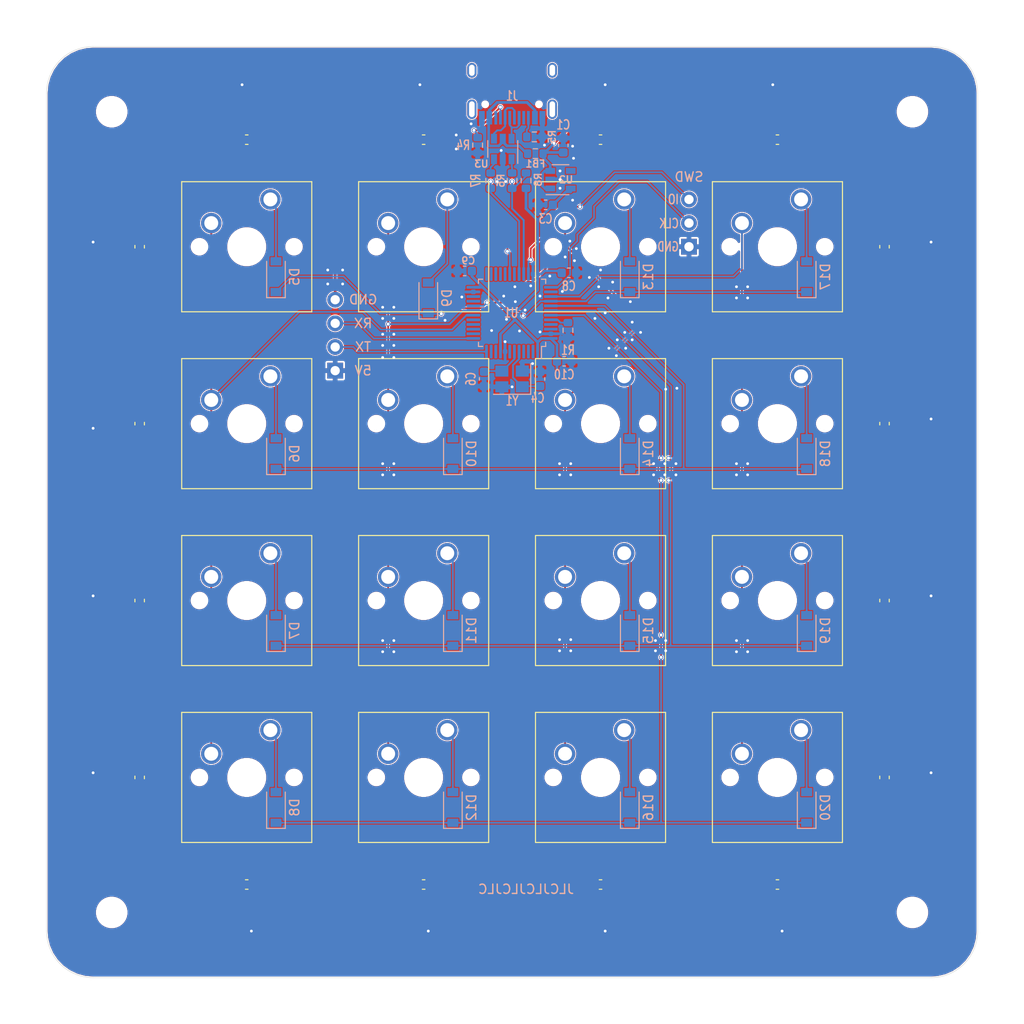
<source format=kicad_pcb>
(kicad_pcb (version 20171130) (host pcbnew 5.1.9+dfsg1-1+deb11u1)
  (layers (0 F.Cu signal) (31 B.Cu signal) (34 B.Paste user) (35 F.Paste user) (36 B.SilkS user) (37 F.SilkS user) (38 B.Mask user) (39 F.Mask user) (44 Edge.Cuts user))
  (net 0 "")
  (net 1 GND)
  (net 2 5V)
  (net 3 RESET)
  (net 4 3V3)
  (net 5 OSCIN)
  (net 6 OSCOUT)
  (net 7 VUSB)
  (net 8 "Net-(J1-PadA6)")
  (net 9 "Net-(J1-PadB5)")
  (net 10 "Net-(J1-PadA8)")
  (net 11 "Net-(J1-PadA7)")
  (net 12 "Net-(J1-PadA5)")
  (net 13 "Net-(J1-PadB8)")
  (net 14 SWDIO)
  (net 15 SWDCLK)
  (net 16 USBDP)
  (net 17 USBDM)
  (net 18 "Net-(U2-Pad4)")
  (net 19 pTX)
  (net 20 pRX)
  (net 21 BOOT0)
  (net 22 "Net-(U1-Pad2)")
  (net 23 "Net-(U1-Pad3)")
  (net 24 "Net-(U1-Pad4)")
  (net 25 "Net-(U1-Pad10)")
  (net 26 "Net-(U1-Pad11)")
  (net 27 "Net-(U1-Pad14)")
  (net 28 "Net-(U1-Pad21)")
  (net 29 "Net-(U1-Pad22)")
  (net 30 "Net-(U1-Pad25)")
  (net 31 "Net-(U1-Pad26)")
  (net 32 "Net-(U1-Pad28)")
  (net 33 "Net-(U1-Pad38)")
  (net 34 "Net-(U1-Pad45)")
  (net 35 "Net-(U1-Pad46)")
  (net 36 "Net-(D5-Pad2)")
  (net 37 X0)
  (net 38 "Net-(D6-Pad2)")
  (net 39 X1)
  (net 40 X2)
  (net 41 "Net-(D7-Pad2)")
  (net 42 X3)
  (net 43 "Net-(D8-Pad2)")
  (net 44 "Net-(D9-Pad2)")
  (net 45 "Net-(D10-Pad2)")
  (net 46 "Net-(D11-Pad2)")
  (net 47 "Net-(D12-Pad2)")
  (net 48 "Net-(D13-Pad2)")
  (net 49 "Net-(D14-Pad2)")
  (net 50 "Net-(D15-Pad2)")
  (net 51 "Net-(D16-Pad2)")
  (net 52 "Net-(D17-Pad2)")
  (net 53 "Net-(D18-Pad2)")
  (net 54 "Net-(D19-Pad2)")
  (net 55 "Net-(D20-Pad2)")
  (net 56 USBDP')
  (net 57 USBDM')
  (net 58 Y0)
  (net 59 Y1)
  (net 60 Y2)
  (net 61 Y3)
  (net 62 "Net-(U1-Pad15)")
  (net 63 "Net-(U1-Pad16)")
  (net 64 "Net-(U1-Pad17)")
  (net 65 "Net-(U1-Pad27)")
  (net 66 "Net-(U1-Pad31)")
  (net 67 "Net-(D1-Pad2)")
  (net 68 LEDDATA)
  (net 69 "Net-(D2-Pad2)")
  (net 70 "Net-(D2-Pad4)")
  (net 71 "Net-(D21-Pad4)")
  (net 72 "Net-(D22-Pad4)")
  (net 73 "Net-(D21-Pad2)")
  (net 74 "Net-(D22-Pad2)")
  (net 75 "Net-(D23-Pad2)")
  (net 76 "Net-(D24-Pad2)")
  (net 77 "Net-(D25-Pad2)")
  (net 78 "Net-(D26-Pad2)")
  (net 79 "Net-(D27-Pad2)")
  (net 80 "Net-(D28-Pad2)")
  (net 81 "Net-(D29-Pad2)")
  (net 82 "Net-(D30-Pad2)")
  (net 83 "Net-(D32-Pad2)")
  (net 84 "Net-(U1-Pad29)")
  (module Connector_PinHeader_2.54mm:PinHeader_1x03_P2.54mm_Vertical (layer B.Cu) (at 19 -28.5)
    (fp_text reference J2 hide)
    (fp_text value Conn_01x03_Male)
    (pad 1 thru_hole rect (at 0 0) (size 1.7 1.7) (drill 1) (layers *.Cu *.Mask) (net 1 GND))
    (pad 2 thru_hole oval (at 0 -2.54) (size 1.7 1.7) (drill 1) (layers *.Cu *.Mask) (net 15 SWDCLK))
    (pad 3 thru_hole oval (at 0 -5.08) (size 1.7 1.7) (drill 1) (layers *.Cu *.Mask) (net 14 SWDIO))
  )
  (module MountingHole:MountingHole_3.2mm_M3 (layer F.Cu) (at -43 43)
    (fp_text reference REF** hide)
    (fp_text value MountingHole_3.2mm_M3)
    (pad 1 np_thru_hole circle (at 0 0) (size 3.2 3.2) (drill 3.2) (layers *.Cu *.Mask))
  )
  (module MountingHole:MountingHole_3.2mm_M3 (layer F.Cu) (at 43 43)
    (fp_text reference REF** hide)
    (fp_text value MountingHole_3.2mm_M3)
    (pad 1 np_thru_hole circle (at 0 0) (size 3.2 3.2) (drill 3.2) (layers *.Cu *.Mask))
  )
  (module MountingHole:MountingHole_3.2mm_M3 (layer F.Cu) (at 43 -43)
    (fp_text reference REF** hide)
    (fp_text value MountingHole_3.2mm_M3)
    (pad 1 np_thru_hole circle (at 0 0) (size 3.2 3.2) (drill 3.2) (layers *.Cu *.Mask))
  )
  (module MountingHole:MountingHole_3.2mm_M3 (layer F.Cu) (at -43 -43)
    (fp_text reference REF** hide)
    (fp_text value MountingHole_3.2mm_M3)
    (pad 1 np_thru_hole circle (at 0 0) (size 3.2 3.2) (drill 3.2) (layers *.Cu *.Mask))
  )
  (module Connector_PinHeader_2.54mm:PinHeader_1x04_P2.54mm_Vertical (layer F.Cu) (at -19 -15.19 180)
    (fp_text reference J3 hide)
    (fp_text value Conn_01x04_Male)
    (pad 1 thru_hole rect (at 0 0 180) (size 1.7 1.7) (drill 1) (layers *.Cu *.Mask) (net 1 GND))
    (pad 2 thru_hole oval (at 0 2.54 180) (size 1.7 1.7) (drill 1) (layers *.Cu *.Mask) (net 19 pTX))
    (pad 3 thru_hole oval (at 0 5.08 180) (size 1.7 1.7) (drill 1) (layers *.Cu *.Mask) (net 20 pRX))
    (pad 4 thru_hole oval (at 0 7.62 180) (size 1.7 1.7) (drill 1) (layers *.Cu *.Mask) (net 2 5V))
  )
  (module Package_QFP:LQFP-48_7x7mm_P0.5mm (layer B.Cu) (at 0 -21.4 90)
    (fp_text reference U1 (at 0 -0.1 180) (layer B.SilkS) (effects (font (size 1 0.75)) (justify mirror)))
    (fp_text value STM32F103CBTx)
    (pad 1 smd roundrect (at -4.1625 2.75 90) (size 1.475 0.3) (layers B.Cu B.Paste B.Mask) (net 4 3V3))
    (pad 2 smd roundrect (at -4.1625 2.25 90) (size 1.475 0.3) (layers B.Cu B.Paste B.Mask) (net 22 "Net-(U1-Pad2)"))
    (pad 3 smd roundrect (at -4.1625 1.75 90) (size 1.475 0.3) (layers B.Cu B.Paste B.Mask) (net 23 "Net-(U1-Pad3)"))
    (pad 4 smd roundrect (at -4.1625 1.25 90) (size 1.475 0.3) (layers B.Cu B.Paste B.Mask) (net 24 "Net-(U1-Pad4)"))
    (pad 5 smd roundrect (at -4.1625 0.75 90) (size 1.475 0.3) (layers B.Cu B.Paste B.Mask) (net 5 OSCIN))
    (pad 6 smd roundrect (at -4.1625 0.25 90) (size 1.475 0.3) (layers B.Cu B.Paste B.Mask) (net 6 OSCOUT))
    (pad 7 smd roundrect (at -4.1625 -0.25 90) (size 1.475 0.3) (layers B.Cu B.Paste B.Mask) (net 3 RESET))
    (pad 8 smd roundrect (at -4.1625 -0.75 90) (size 1.475 0.3) (layers B.Cu B.Paste B.Mask) (net 1 GND))
    (pad 9 smd roundrect (at -4.1625 -1.25 90) (size 1.475 0.3) (layers B.Cu B.Paste B.Mask) (net 4 3V3))
    (pad 10 smd roundrect (at -4.1625 -1.75 90) (size 1.475 0.3) (layers B.Cu B.Paste B.Mask) (net 25 "Net-(U1-Pad10)"))
    (pad 11 smd roundrect (at -4.1625 -2.25 90) (size 1.475 0.3) (layers B.Cu B.Paste B.Mask) (net 26 "Net-(U1-Pad11)"))
    (pad 12 smd roundrect (at -4.1625 -2.75 90) (size 1.475 0.3) (layers B.Cu B.Paste B.Mask) (net 19 pTX))
    (pad 13 smd roundrect (at -2.75 -4.1625 90) (size 0.3 1.475) (layers B.Cu B.Paste B.Mask) (net 20 pRX))
    (pad 14 smd roundrect (at -2.25 -4.1625 90) (size 0.3 1.475) (layers B.Cu B.Paste B.Mask) (net 27 "Net-(U1-Pad14)"))
    (pad 15 smd roundrect (at -1.75 -4.1625 90) (size 0.3 1.475) (layers B.Cu B.Paste B.Mask) (net 62 "Net-(U1-Pad15)"))
    (pad 16 smd roundrect (at -1.25 -4.1625 90) (size 0.3 1.475) (layers B.Cu B.Paste B.Mask) (net 63 "Net-(U1-Pad16)"))
    (pad 17 smd roundrect (at -0.75 -4.1625 90) (size 0.3 1.475) (layers B.Cu B.Paste B.Mask) (net 64 "Net-(U1-Pad17)"))
    (pad 18 smd roundrect (at -0.25 -4.1625 90) (size 0.3 1.475) (layers B.Cu B.Paste B.Mask) (net 58 Y0))
    (pad 19 smd roundrect (at 0.25 -4.1625 90) (size 0.3 1.475) (layers B.Cu B.Paste B.Mask) (net 59 Y1))
    (pad 20 smd roundrect (at 0.75 -4.1625 90) (size 0.3 1.475) (layers B.Cu B.Paste B.Mask) (net 60 Y2))
    (pad 21 smd roundrect (at 1.25 -4.1625 90) (size 0.3 1.475) (layers B.Cu B.Paste B.Mask) (net 28 "Net-(U1-Pad21)"))
    (pad 22 smd roundrect (at 1.75 -4.1625 90) (size 0.3 1.475) (layers B.Cu B.Paste B.Mask) (net 29 "Net-(U1-Pad22)"))
    (pad 23 smd roundrect (at 2.25 -4.1625 90) (size 0.3 1.475) (layers B.Cu B.Paste B.Mask) (net 1 GND))
    (pad 24 smd roundrect (at 2.75 -4.1625 90) (size 0.3 1.475) (layers B.Cu B.Paste B.Mask) (net 4 3V3))
    (pad 25 smd roundrect (at 4.1625 -2.75 90) (size 1.475 0.3) (layers B.Cu B.Paste B.Mask) (net 30 "Net-(U1-Pad25)"))
    (pad 26 smd roundrect (at 4.1625 -2.25 90) (size 1.475 0.3) (layers B.Cu B.Paste B.Mask) (net 31 "Net-(U1-Pad26)"))
    (pad 27 smd roundrect (at 4.1625 -1.75 90) (size 1.475 0.3) (layers B.Cu B.Paste B.Mask) (net 65 "Net-(U1-Pad27)"))
    (pad 28 smd roundrect (at 4.1625 -1.25 90) (size 1.475 0.3) (layers B.Cu B.Paste B.Mask) (net 32 "Net-(U1-Pad28)"))
    (pad 29 smd roundrect (at 4.1625 -0.75 90) (size 1.475 0.3) (layers B.Cu B.Paste B.Mask) (net 84 "Net-(U1-Pad29)"))
    (pad 30 smd roundrect (at 4.1625 -0.25 90) (size 1.475 0.3) (layers B.Cu B.Paste B.Mask) (net 68 LEDDATA))
    (pad 31 smd roundrect (at 4.1625 0.25 90) (size 1.475 0.3) (layers B.Cu B.Paste B.Mask) (net 66 "Net-(U1-Pad31)"))
    (pad 32 smd roundrect (at 4.1625 0.75 90) (size 1.475 0.3) (layers B.Cu B.Paste B.Mask) (net 57 USBDM'))
    (pad 33 smd roundrect (at 4.1625 1.25 90) (size 1.475 0.3) (layers B.Cu B.Paste B.Mask) (net 56 USBDP'))
    (pad 34 smd roundrect (at 4.1625 1.75 90) (size 1.475 0.3) (layers B.Cu B.Paste B.Mask) (net 14 SWDIO))
    (pad 35 smd roundrect (at 4.1625 2.25 90) (size 1.475 0.3) (layers B.Cu B.Paste B.Mask) (net 1 GND))
    (pad 36 smd roundrect (at 4.1625 2.75 90) (size 1.475 0.3) (layers B.Cu B.Paste B.Mask) (net 4 3V3))
    (pad 37 smd roundrect (at 2.75 4.1625 90) (size 0.3 1.475) (layers B.Cu B.Paste B.Mask) (net 15 SWDCLK))
    (pad 38 smd roundrect (at 2.25 4.1625 90) (size 0.3 1.475) (layers B.Cu B.Paste B.Mask) (net 33 "Net-(U1-Pad38)"))
    (pad 39 smd roundrect (at 1.75 4.1625 90) (size 0.3 1.475) (layers B.Cu B.Paste B.Mask) (net 61 Y3))
    (pad 40 smd roundrect (at 1.25 4.1625 90) (size 0.3 1.475) (layers B.Cu B.Paste B.Mask) (net 37 X0))
    (pad 41 smd roundrect (at 0.75 4.1625 90) (size 0.3 1.475) (layers B.Cu B.Paste B.Mask) (net 39 X1))
    (pad 42 smd roundrect (at 0.25 4.1625 90) (size 0.3 1.475) (layers B.Cu B.Paste B.Mask) (net 40 X2))
    (pad 43 smd roundrect (at -0.25 4.1625 90) (size 0.3 1.475) (layers B.Cu B.Paste B.Mask) (net 42 X3))
    (pad 44 smd roundrect (at -0.75 4.1625 90) (size 0.3 1.475) (layers B.Cu B.Paste B.Mask) (net 21 BOOT0))
    (pad 45 smd roundrect (at -1.25 4.1625 90) (size 0.3 1.475) (layers B.Cu B.Paste B.Mask) (net 34 "Net-(U1-Pad45)"))
    (pad 46 smd roundrect (at -1.75 4.1625 90) (size 0.3 1.475) (layers B.Cu B.Paste B.Mask) (net 35 "Net-(U1-Pad46)"))
    (pad 47 smd roundrect (at -2.25 4.1625 90) (size 0.3 1.475) (layers B.Cu B.Paste B.Mask) (net 1 GND))
    (pad 48 smd roundrect (at -2.75 4.1625 90) (size 0.3 1.475) (layers B.Cu B.Paste B.Mask) (net 4 3V3))
  )
  (module Package_TO_SOT_SMD:SOT-23-5 (layer B.Cu) (at 5.2 -35.7)
    (fp_text reference U2 (at 0.6 0) (layer B.SilkS) (effects (font (size 0.75 0.75)) (justify mirror)))
    (fp_text value AP2112K-3.3)
    (pad 1 smd rect (at -1.1 0.95) (size 1.06 0.65) (layers B.Cu B.Paste B.Mask) (net 2 5V))
    (pad 2 smd rect (at -1.1 0) (size 1.06 0.65) (layers B.Cu B.Paste B.Mask) (net 1 GND))
    (pad 3 smd rect (at -1.1 -0.95) (size 1.06 0.65) (layers B.Cu B.Paste B.Mask) (net 2 5V))
    (pad 4 smd rect (at 1.1 -0.95) (size 1.06 0.65) (layers B.Cu B.Paste B.Mask) (net 18 "Net-(U2-Pad4)"))
    (pad 5 smd rect (at 1.1 0.95) (size 1.06 0.65) (layers B.Cu B.Paste B.Mask) (net 4 3V3))
  )
  (module footprints:USB_C_Receptacle_HRO_TYPE-C-31-M-12 (layer B.Cu) (at 0 -46.400001)
    (fp_text reference J1 (at 0 1.7) (layer B.SilkS) (effects (font (size 1 0.75)) (justify mirror)))
    (fp_text value USB_C_Receptacle_USB2.0)
    (pad "" thru_hole oval (at 4.32 -1.05) (size 1 1.6) (drill oval 0.6 1.2) (layers *.Cu *.Mask))
    (pad "" np_thru_hole circle (at 2.89 2.6) (size 0.65 0.65) (drill 0.65) (layers *.Cu *.Mask))
    (pad "" thru_hole oval (at -4.32 -1.05) (size 1 1.6) (drill oval 0.6 1.2) (layers *.Cu *.Mask))
    (pad "" np_thru_hole circle (at -2.89 2.6) (size 0.65 0.65) (drill 0.65) (layers *.Cu *.Mask))
    (pad "" thru_hole oval (at -4.32 3.13) (size 1 2.1) (drill oval 0.6 1.7) (layers *.Cu *.Mask))
    (pad "" thru_hole oval (at 4.32 3.13) (size 1 2.1) (drill oval 0.6 1.7) (layers *.Cu *.Mask))
    (pad A6 smd rect (at -0.25 4.045) (size 0.3 1.45) (layers B.Cu B.Paste B.Mask) (net 8 "Net-(J1-PadA6)"))
    (pad B5 smd rect (at 1.75 4.045) (size 0.3 1.45) (layers B.Cu B.Paste B.Mask) (net 9 "Net-(J1-PadB5)"))
    (pad A8 smd rect (at 1.25 4.045) (size 0.3 1.45) (layers B.Cu B.Paste B.Mask) (net 10 "Net-(J1-PadA8)"))
    (pad B6 smd rect (at 0.75 4.045) (size 0.3 1.45) (layers B.Cu B.Paste B.Mask) (net 8 "Net-(J1-PadA6)"))
    (pad A7 smd rect (at 0.25 4.045) (size 0.3 1.45) (layers B.Cu B.Paste B.Mask) (net 11 "Net-(J1-PadA7)"))
    (pad B7 smd rect (at -0.75 4.045) (size 0.3 1.45) (layers B.Cu B.Paste B.Mask) (net 11 "Net-(J1-PadA7)"))
    (pad A5 smd rect (at -1.25 4.045) (size 0.3 1.45) (layers B.Cu B.Paste B.Mask) (net 12 "Net-(J1-PadA5)"))
    (pad B8 smd rect (at -1.75 4.045) (size 0.3 1.45) (layers B.Cu B.Paste B.Mask) (net 13 "Net-(J1-PadB8)"))
    (pad A12 smd rect (at 3.25 4.045) (size 0.6 1.45) (layers B.Cu B.Paste B.Mask) (net 1 GND))
    (pad B4 smd rect (at 2.45 4.045) (size 0.6 1.45) (layers B.Cu B.Paste B.Mask) (net 7 VUSB))
    (pad A4 smd rect (at -2.45 4.045) (size 0.6 1.45) (layers B.Cu B.Paste B.Mask) (net 7 VUSB))
    (pad A1 smd rect (at -3.25 4.045) (size 0.6 1.45) (layers B.Cu B.Paste B.Mask) (net 1 GND))
    (pad B12 smd rect (at -3.25 4.045) (size 0.6 1.45) (layers B.Cu B.Paste B.Mask) (net 1 GND))
    (pad B9 smd rect (at -2.45 4.045) (size 0.6 1.45) (layers B.Cu B.Paste B.Mask) (net 7 VUSB))
    (pad A9 smd rect (at 2.45 4.045) (size 0.6 1.45) (layers B.Cu B.Paste B.Mask) (net 7 VUSB))
    (pad B1 smd rect (at 3.25 4.045) (size 0.6 1.45) (layers B.Cu B.Paste B.Mask) (net 1 GND))
  )
  (module Resistor_SMD:R_0603_1608Metric (layer B.Cu) (at 2.4 -40.3 180)
    (fp_text reference R5 (at -1.9 0 270) (layer B.SilkS) (effects (font (size 0.75 0.75)) (justify mirror)))
    (fp_text value 5k1)
    (pad 2 smd roundrect (at 0.825 0 180) (size 0.8 0.95) (layers B.Cu B.Paste B.Mask) (net 9 "Net-(J1-PadB5)"))
    (pad 1 smd roundrect (at -0.825 0 180) (size 0.8 0.95) (layers B.Cu B.Paste B.Mask) (net 1 GND))
  )
  (module Resistor_SMD:R_0603_1608Metric (layer B.Cu) (at -3.7 -39.4 90)
    (fp_text reference R4 (at 0 -1.55 180) (layer B.SilkS) (effects (font (size 1 0.75)) (justify mirror)))
    (fp_text value 5k1)
    (pad 1 smd roundrect (at -0.825 0 90) (size 0.8 0.95) (layers B.Cu B.Paste B.Mask) (net 1 GND))
    (pad 2 smd roundrect (at 0.825 0 90) (size 0.8 0.95) (layers B.Cu B.Paste B.Mask) (net 12 "Net-(J1-PadA5)"))
  )
  (module Resistor_SMD:R_0603_1608Metric (layer B.Cu) (at 0 -35.6 270)
    (fp_text reference R6 (at 0 1.2 90 unlocked) (layer B.SilkS) (effects (font (size 0.75 0.75)) (justify mirror)))
    (fp_text value "22 Ohm")
    (pad 1 smd roundrect (at -0.825 0 270) (size 0.8 0.95) (layers B.Cu B.Paste B.Mask) (net 16 USBDP))
    (pad 2 smd roundrect (at 0.825 0 270) (size 0.8 0.95) (layers B.Cu B.Paste B.Mask) (net 56 USBDP'))
  )
  (module Resistor_SMD:R_0603_1608Metric (layer B.Cu) (at -2.3 -35.6 270)
    (fp_text reference R7 (at 0 1.6 90) (layer B.SilkS) (effects (font (size 1 0.75)) (justify mirror)))
    (fp_text value "22 Ohm")
    (pad 2 smd roundrect (at 0.825 0 270) (size 0.8 0.95) (layers B.Cu B.Paste B.Mask) (net 57 USBDM'))
    (pad 1 smd roundrect (at -0.825 0 270) (size 0.8 0.95) (layers B.Cu B.Paste B.Mask) (net 17 USBDM))
  )
  (module Resistor_SMD:R_0603_1608Metric (layer B.Cu) (at 1.5 -35.6 270)
    (fp_text reference R8 (at -0.1 -1.3 90) (layer B.SilkS) (effects (font (size 0.75 0.75)) (justify mirror)))
    (fp_text value 1k5)
    (pad 2 smd roundrect (at 0.825 0 270) (size 0.8 0.95) (layers B.Cu B.Paste B.Mask) (net 4 3V3))
    (pad 1 smd roundrect (at -0.825 0 270) (size 0.8 0.95) (layers B.Cu B.Paste B.Mask) (net 56 USBDP'))
  )
  (module Package_TO_SOT_SMD:SOT-23-6 (layer B.Cu) (at -1 -39 90)
    (fp_text reference U3 (at -1.6 -2.3 180) (layer B.SilkS) (effects (font (size 0.75 0.75)) (justify mirror)))
    (fp_text value USBLC6-2SC6)
    (pad 1 smd rect (at -1.1 0.95 90) (size 1.06 0.65) (layers B.Cu B.Paste B.Mask) (net 16 USBDP))
    (pad 2 smd rect (at -1.1 0 90) (size 1.06 0.65) (layers B.Cu B.Paste B.Mask) (net 1 GND))
    (pad 3 smd rect (at -1.1 -0.95 90) (size 1.06 0.65) (layers B.Cu B.Paste B.Mask) (net 17 USBDM))
    (pad 4 smd rect (at 1.1 -0.95 90) (size 1.06 0.65) (layers B.Cu B.Paste B.Mask) (net 11 "Net-(J1-PadA7)"))
    (pad 6 smd rect (at 1.1 0.95 90) (size 1.06 0.65) (layers B.Cu B.Paste B.Mask) (net 8 "Net-(J1-PadA6)"))
    (pad 5 smd rect (at 1.1 0 90) (size 1.06 0.65) (layers B.Cu B.Paste B.Mask) (net 7 VUSB))
  )
  (module Capacitor_SMD:C_0603_1608Metric (layer B.Cu) (at 5.5 -39.4 90)
    (fp_text reference C1 (at 2.2 0 180) (layer B.SilkS) (effects (font (size 1 0.75)) (justify mirror)))
    (fp_text value 1uF)
    (pad 1 smd roundrect (at -0.775 0 90) (size 0.9 0.95) (layers B.Cu B.Paste B.Mask) (net 2 5V))
    (pad 2 smd roundrect (at 0.775 0 90) (size 0.9 0.95) (layers B.Cu B.Paste B.Mask) (net 1 GND))
  )
  (module Capacitor_SMD:C_0603_1608Metric (layer B.Cu) (at 3.6 -33 180)
    (fp_text reference C3 (at 0 -1.5 180) (layer B.SilkS) (effects (font (size 1 0.75)) (justify mirror)))
    (fp_text value 1uF)
    (pad 1 smd roundrect (at -0.775 0 180) (size 0.9 0.95) (layers B.Cu B.Paste B.Mask) (net 4 3V3))
    (pad 2 smd roundrect (at 0.775 0 180) (size 0.9 0.95) (layers B.Cu B.Paste B.Mask) (net 1 GND))
  )
  (module Resistor_SMD:R_0603_1608Metric (layer B.Cu) (at 2.5 -38.5)
    (fp_text reference FB1 (at 0 1.1) (layer B.SilkS) (effects (font (size 0.75 0.75)) (justify mirror)))
    (fp_text value Ferrite_Bead)
    (pad 1 smd roundrect (at -0.825 0) (size 0.8 0.95) (layers B.Cu B.Paste B.Mask) (net 7 VUSB))
    (pad 2 smd roundrect (at 0.825 0) (size 0.8 0.95) (layers B.Cu B.Paste B.Mask) (net 2 5V))
  )
  (module Capacitor_SMD:C_0603_1608Metric (layer B.Cu) (at 3 -14.3 90)
    (fp_text reference C4 (at -2.05 -0.25 180) (layer B.SilkS) (effects (font (size 1 0.75)) (justify mirror)))
    (fp_text value 20pF)
    (pad 1 smd roundrect (at -0.775 0 90) (size 0.9 0.95) (layers B.Cu B.Paste B.Mask) (net 5 OSCIN))
    (pad 2 smd roundrect (at 0.775 0 90) (size 0.9 0.95) (layers B.Cu B.Paste B.Mask) (net 1 GND))
  )
  (module Capacitor_SMD:C_0603_1608Metric (layer B.Cu) (at -3 -14.299999 270)
    (fp_text reference C6 (at 0 1.43 270) (layer B.SilkS) (effects (font (size 1 0.75)) (justify mirror)))
    (fp_text value 20pF)
    (pad 2 smd roundrect (at 0.775 0 270) (size 0.9 0.95) (layers B.Cu B.Paste B.Mask) (net 1 GND))
    (pad 1 smd roundrect (at -0.775 0 270) (size 0.9 0.95) (layers B.Cu B.Paste B.Mask) (net 6 OSCOUT))
  )
  (module Crystal:Crystal_SMD_3225-4Pin_3.2x2.5mm (layer B.Cu) (at 0 -14.3 180)
    (fp_text reference Y1 (at 0 -2.35) (layer B.SilkS) (effects (font (size 1 0.75)) (justify mirror)))
    (fp_text value Crystal_GND24)
    (pad 1 smd rect (at -1.1 -0.85 180) (size 1.4 1.2) (layers B.Cu B.Paste B.Mask) (net 5 OSCIN))
    (pad 2 smd rect (at 1.1 -0.85 180) (size 1.4 1.2) (layers B.Cu B.Paste B.Mask) (net 1 GND))
    (pad 3 smd rect (at 1.1 0.85 180) (size 1.4 1.2) (layers B.Cu B.Paste B.Mask) (net 6 OSCOUT))
    (pad 4 smd rect (at -1.1 0.85 180) (size 1.4 1.2) (layers B.Cu B.Paste B.Mask) (net 1 GND))
  )
  (module Capacitor_SMD:C_0603_1608Metric (layer B.Cu) (at 6.1 -25.7)
    (fp_text reference C8 (at 0 1.43) (layer B.SilkS) (effects (font (size 1 0.75)) (justify mirror)))
    (fp_text value 100nF)
    (pad 2 smd roundrect (at 0.775 0) (size 0.9 0.95) (layers B.Cu B.Paste B.Mask) (net 1 GND))
    (pad 1 smd roundrect (at -0.775 0) (size 0.9 0.95) (layers B.Cu B.Paste B.Mask) (net 4 3V3))
  )
  (module Capacitor_SMD:C_0603_1608Metric (layer B.Cu) (at -5.1 -25.9 180)
    (fp_text reference C9 (at -0.4 1.1) (layer B.SilkS) (effects (font (size 0.75 0.75)) (justify mirror)))
    (fp_text value 100nF)
    (pad 1 smd roundrect (at -0.775 0 180) (size 0.9 0.95) (layers B.Cu B.Paste B.Mask) (net 4 3V3))
    (pad 2 smd roundrect (at 0.775 0 180) (size 0.9 0.95) (layers B.Cu B.Paste B.Mask) (net 1 GND))
  )
  (module Capacitor_SMD:C_0603_1608Metric (layer B.Cu) (at 5.6 -16.2)
    (fp_text reference C10 (at 0 1.43) (layer B.SilkS) (effects (font (size 1 0.75)) (justify mirror)))
    (fp_text value 100nF)
    (pad 2 smd roundrect (at 0.775 0) (size 0.9 0.95) (layers B.Cu B.Paste B.Mask) (net 1 GND))
    (pad 1 smd roundrect (at -0.775 0) (size 0.9 0.95) (layers B.Cu B.Paste B.Mask) (net 4 3V3))
  )
  (module Resistor_SMD:R_0603_1608Metric (layer B.Cu) (at 6 -19.52 90)
    (fp_text reference R1 (at -2.12 0 180) (layer B.SilkS) (effects (font (size 1 0.75)) (justify mirror)))
    (fp_text value 100k)
    (pad 1 smd roundrect (at -0.825 0 90) (size 0.8 0.95) (layers B.Cu B.Paste B.Mask) (net 1 GND))
    (pad 2 smd roundrect (at 0.825 0 90) (size 0.8 0.95) (layers B.Cu B.Paste B.Mask) (net 21 BOOT0))
  )
  (module Diode_SMD:D_SOD-123 (layer B.Cu) (at -25.36 -25.28 90)
    (fp_text reference D5 (at 0 2 270) (layer B.SilkS) (effects (justify mirror)))
    (fp_text value D_Schottky)
    (pad 2 smd rect (at 1.65 0 90) (size 0.9 1.2) (layers B.Cu B.Paste B.Mask) (net 36 "Net-(D5-Pad2)"))
    (pad 1 smd rect (at -1.65 0 90) (size 0.9 1.2) (layers B.Cu B.Paste B.Mask) (net 37 X0))
  )
  (module Diode_SMD:D_SOD-123 (layer B.Cu) (at -25.36 -6.28 90)
    (fp_text reference D6 (at 0 2 270) (layer B.SilkS) (effects (justify mirror)))
    (fp_text value D_Schottky)
    (pad 2 smd rect (at 1.65 0 90) (size 0.9 1.2) (layers B.Cu B.Paste B.Mask) (net 38 "Net-(D6-Pad2)"))
    (pad 1 smd rect (at -1.65 0 90) (size 0.9 1.2) (layers B.Cu B.Paste B.Mask) (net 39 X1))
  )
  (module Diode_SMD:D_SOD-123 (layer B.Cu) (at -25.36 12.72 90)
    (fp_text reference D7 (at 0 2 270) (layer B.SilkS) (effects (justify mirror)))
    (fp_text value D_Schottky)
    (pad 1 smd rect (at -1.65 0 90) (size 0.9 1.2) (layers B.Cu B.Paste B.Mask) (net 40 X2))
    (pad 2 smd rect (at 1.65 0 90) (size 0.9 1.2) (layers B.Cu B.Paste B.Mask) (net 41 "Net-(D7-Pad2)"))
  )
  (module Diode_SMD:D_SOD-123 (layer B.Cu) (at -25.36 31.72 90)
    (fp_text reference D8 (at 0 2 270) (layer B.SilkS) (effects (justify mirror)))
    (fp_text value D_Schottky)
    (pad 1 smd rect (at -1.65 0 90) (size 0.9 1.2) (layers B.Cu B.Paste B.Mask) (net 42 X3))
    (pad 2 smd rect (at 1.65 0 90) (size 0.9 1.2) (layers B.Cu B.Paste B.Mask) (net 43 "Net-(D8-Pad2)"))
  )
  (module Diode_SMD:D_SOD-123 (layer B.Cu) (at -9 -23 90)
    (fp_text reference D9 (at 0 2 270) (layer B.SilkS) (effects (justify mirror)))
    (fp_text value D_Schottky)
    (pad 1 smd rect (at -1.65 0 90) (size 0.9 1.2) (layers B.Cu B.Paste B.Mask) (net 37 X0))
    (pad 2 smd rect (at 1.65 0 90) (size 0.9 1.2) (layers B.Cu B.Paste B.Mask) (net 44 "Net-(D9-Pad2)"))
  )
  (module Diode_SMD:D_SOD-123 (layer B.Cu) (at -6.36 -6.28 90)
    (fp_text reference D10 (at 0 2 270) (layer B.SilkS) (effects (justify mirror)))
    (fp_text value D_Schottky)
    (pad 1 smd rect (at -1.65 0 90) (size 0.9 1.2) (layers B.Cu B.Paste B.Mask) (net 39 X1))
    (pad 2 smd rect (at 1.65 0 90) (size 0.9 1.2) (layers B.Cu B.Paste B.Mask) (net 45 "Net-(D10-Pad2)"))
  )
  (module Diode_SMD:D_SOD-123 (layer B.Cu) (at -6.36 12.72 90)
    (fp_text reference D11 (at 0 2 270) (layer B.SilkS) (effects (justify mirror)))
    (fp_text value D_Schottky)
    (pad 1 smd rect (at -1.65 0 90) (size 0.9 1.2) (layers B.Cu B.Paste B.Mask) (net 40 X2))
    (pad 2 smd rect (at 1.65 0 90) (size 0.9 1.2) (layers B.Cu B.Paste B.Mask) (net 46 "Net-(D11-Pad2)"))
  )
  (module Diode_SMD:D_SOD-123 (layer B.Cu) (at -6.36 31.72 90)
    (fp_text reference D12 (at 0 2 270) (layer B.SilkS) (effects (justify mirror)))
    (fp_text value D_Schottky)
    (pad 2 smd rect (at 1.65 0 90) (size 0.9 1.2) (layers B.Cu B.Paste B.Mask) (net 47 "Net-(D12-Pad2)"))
    (pad 1 smd rect (at -1.65 0 90) (size 0.9 1.2) (layers B.Cu B.Paste B.Mask) (net 42 X3))
  )
  (module Diode_SMD:D_SOD-123 (layer B.Cu) (at 12.64 -25.28 90)
    (fp_text reference D13 (at 0 2 270) (layer B.SilkS) (effects (justify mirror)))
    (fp_text value D_Schottky)
    (pad 2 smd rect (at 1.65 0 90) (size 0.9 1.2) (layers B.Cu B.Paste B.Mask) (net 48 "Net-(D13-Pad2)"))
    (pad 1 smd rect (at -1.65 0 90) (size 0.9 1.2) (layers B.Cu B.Paste B.Mask) (net 37 X0))
  )
  (module Diode_SMD:D_SOD-123 (layer B.Cu) (at 12.64 -6.28 90)
    (fp_text reference D14 (at 0 2 270) (layer B.SilkS) (effects (justify mirror)))
    (fp_text value D_Schottky)
    (pad 2 smd rect (at 1.65 0 90) (size 0.9 1.2) (layers B.Cu B.Paste B.Mask) (net 49 "Net-(D14-Pad2)"))
    (pad 1 smd rect (at -1.65 0 90) (size 0.9 1.2) (layers B.Cu B.Paste B.Mask) (net 39 X1))
  )
  (module Diode_SMD:D_SOD-123 (layer B.Cu) (at 12.64 12.72 90)
    (fp_text reference D15 (at 0 2 270) (layer B.SilkS) (effects (justify mirror)))
    (fp_text value D_Schottky)
    (pad 1 smd rect (at -1.65 0 90) (size 0.9 1.2) (layers B.Cu B.Paste B.Mask) (net 40 X2))
    (pad 2 smd rect (at 1.65 0 90) (size 0.9 1.2) (layers B.Cu B.Paste B.Mask) (net 50 "Net-(D15-Pad2)"))
  )
  (module Diode_SMD:D_SOD-123 (layer B.Cu) (at 12.64 31.72 90)
    (fp_text reference D16 (at 0 2 270) (layer B.SilkS) (effects (justify mirror)))
    (fp_text value D_Schottky)
    (pad 1 smd rect (at -1.65 0 90) (size 0.9 1.2) (layers B.Cu B.Paste B.Mask) (net 42 X3))
    (pad 2 smd rect (at 1.65 0 90) (size 0.9 1.2) (layers B.Cu B.Paste B.Mask) (net 51 "Net-(D16-Pad2)"))
  )
  (module Diode_SMD:D_SOD-123 (layer B.Cu) (at 31.64 -25.28 90)
    (fp_text reference D17 (at 0 2 270) (layer B.SilkS) (effects (justify mirror)))
    (fp_text value D_Schottky)
    (pad 2 smd rect (at 1.65 0 90) (size 0.9 1.2) (layers B.Cu B.Paste B.Mask) (net 52 "Net-(D17-Pad2)"))
    (pad 1 smd rect (at -1.65 0 90) (size 0.9 1.2) (layers B.Cu B.Paste B.Mask) (net 37 X0))
  )
  (module Diode_SMD:D_SOD-123 (layer B.Cu) (at 31.64 -6.28 90)
    (fp_text reference D18 (at 0 2 270) (layer B.SilkS) (effects (justify mirror)))
    (fp_text value D_Schottky)
    (pad 1 smd rect (at -1.65 0 90) (size 0.9 1.2) (layers B.Cu B.Paste B.Mask) (net 39 X1))
    (pad 2 smd rect (at 1.65 0 90) (size 0.9 1.2) (layers B.Cu B.Paste B.Mask) (net 53 "Net-(D18-Pad2)"))
  )
  (module Diode_SMD:D_SOD-123 (layer B.Cu) (at 31.64 12.72 90)
    (fp_text reference D19 (at 0 2 270) (layer B.SilkS) (effects (justify mirror)))
    (fp_text value D_Schottky)
    (pad 2 smd rect (at 1.65 0 90) (size 0.9 1.2) (layers B.Cu B.Paste B.Mask) (net 54 "Net-(D19-Pad2)"))
    (pad 1 smd rect (at -1.65 0 90) (size 0.9 1.2) (layers B.Cu B.Paste B.Mask) (net 40 X2))
  )
  (module Diode_SMD:D_SOD-123 (layer B.Cu) (at 31.64 31.72 90)
    (fp_text reference D20 (at 0 2 270) (layer B.SilkS) (effects (justify mirror)))
    (fp_text value D_Schottky)
    (pad 2 smd rect (at 1.65 0 90) (size 0.9 1.2) (layers B.Cu B.Paste B.Mask) (net 55 "Net-(D20-Pad2)"))
    (pad 1 smd rect (at -1.65 0 90) (size 0.9 1.2) (layers B.Cu B.Paste B.Mask) (net 42 X3))
  )
  (module Button_Switch_Keyboard:SW_Cherry_MX_1.00u_PCB (layer F.Cu) (at -25.96 -33.58)
    (fp_text reference SW2 hide)
    (fp_text value SW_Push_45deg)
    (pad 1 thru_hole circle (at 0 0) (size 2.2 2.2) (drill 1.5) (layers *.Cu *.Mask) (net 36 "Net-(D5-Pad2)"))
    (pad 2 thru_hole circle (at -6.35 2.54) (size 2.2 2.2) (drill 1.5) (layers *.Cu *.Mask) (net 58 Y0))
    (pad "" np_thru_hole circle (at -2.54 5.08) (size 4 4) (drill 4) (layers *.Cu *.Mask))
    (pad "" np_thru_hole circle (at -7.62 5.08) (size 1.7 1.7) (drill 1.7) (layers *.Cu *.Mask))
    (pad "" np_thru_hole circle (at 2.54 5.08) (size 1.7 1.7) (drill 1.7) (layers *.Cu *.Mask))
  )
  (module Button_Switch_Keyboard:SW_Cherry_MX_1.00u_PCB (layer F.Cu) (at -25.96 -14.58)
    (fp_text reference SW3 hide)
    (fp_text value SW_Push_45deg)
    (pad 1 thru_hole circle (at 0 0) (size 2.2 2.2) (drill 1.5) (layers *.Cu *.Mask) (net 38 "Net-(D6-Pad2)"))
    (pad 2 thru_hole circle (at -6.35 2.54) (size 2.2 2.2) (drill 1.5) (layers *.Cu *.Mask) (net 58 Y0))
    (pad "" np_thru_hole circle (at -2.54 5.08) (size 4 4) (drill 4) (layers *.Cu *.Mask))
    (pad "" np_thru_hole circle (at -7.62 5.08) (size 1.7 1.7) (drill 1.7) (layers *.Cu *.Mask))
    (pad "" np_thru_hole circle (at 2.54 5.08) (size 1.7 1.7) (drill 1.7) (layers *.Cu *.Mask))
  )
  (module Button_Switch_Keyboard:SW_Cherry_MX_1.00u_PCB (layer F.Cu) (at -25.96 4.42)
    (fp_text reference SW4 hide)
    (fp_text value SW_Push_45deg)
    (pad "" np_thru_hole circle (at 2.54 5.08) (size 1.7 1.7) (drill 1.7) (layers *.Cu *.Mask))
    (pad "" np_thru_hole circle (at -7.62 5.08) (size 1.7 1.7) (drill 1.7) (layers *.Cu *.Mask))
    (pad "" np_thru_hole circle (at -2.54 5.08) (size 4 4) (drill 4) (layers *.Cu *.Mask))
    (pad 2 thru_hole circle (at -6.35 2.54) (size 2.2 2.2) (drill 1.5) (layers *.Cu *.Mask) (net 58 Y0))
    (pad 1 thru_hole circle (at 0 0) (size 2.2 2.2) (drill 1.5) (layers *.Cu *.Mask) (net 41 "Net-(D7-Pad2)"))
  )
  (module Button_Switch_Keyboard:SW_Cherry_MX_1.00u_PCB (layer F.Cu) (at -25.96 23.42)
    (fp_text reference SW5 hide)
    (fp_text value SW_Push_45deg)
    (pad "" np_thru_hole circle (at 2.54 5.08) (size 1.7 1.7) (drill 1.7) (layers *.Cu *.Mask))
    (pad "" np_thru_hole circle (at -7.62 5.08) (size 1.7 1.7) (drill 1.7) (layers *.Cu *.Mask))
    (pad "" np_thru_hole circle (at -2.54 5.08) (size 4 4) (drill 4) (layers *.Cu *.Mask))
    (pad 2 thru_hole circle (at -6.35 2.54) (size 2.2 2.2) (drill 1.5) (layers *.Cu *.Mask) (net 58 Y0))
    (pad 1 thru_hole circle (at 0 0) (size 2.2 2.2) (drill 1.5) (layers *.Cu *.Mask) (net 43 "Net-(D8-Pad2)"))
  )
  (module Button_Switch_Keyboard:SW_Cherry_MX_1.00u_PCB (layer F.Cu) (at -6.96 -33.58)
    (fp_text reference SW6 hide)
    (fp_text value SW_Push_45deg)
    (pad 1 thru_hole circle (at 0 0) (size 2.2 2.2) (drill 1.5) (layers *.Cu *.Mask) (net 44 "Net-(D9-Pad2)"))
    (pad 2 thru_hole circle (at -6.35 2.54) (size 2.2 2.2) (drill 1.5) (layers *.Cu *.Mask) (net 59 Y1))
    (pad "" np_thru_hole circle (at -2.54 5.08) (size 4 4) (drill 4) (layers *.Cu *.Mask))
    (pad "" np_thru_hole circle (at -7.62 5.08) (size 1.7 1.7) (drill 1.7) (layers *.Cu *.Mask))
    (pad "" np_thru_hole circle (at 2.54 5.08) (size 1.7 1.7) (drill 1.7) (layers *.Cu *.Mask))
  )
  (module Button_Switch_Keyboard:SW_Cherry_MX_1.00u_PCB (layer F.Cu) (at -6.96 -14.58)
    (fp_text reference SW7 hide)
    (fp_text value SW_Push_45deg)
    (pad 1 thru_hole circle (at 0 0) (size 2.2 2.2) (drill 1.5) (layers *.Cu *.Mask) (net 45 "Net-(D10-Pad2)"))
    (pad 2 thru_hole circle (at -6.35 2.54) (size 2.2 2.2) (drill 1.5) (layers *.Cu *.Mask) (net 59 Y1))
    (pad "" np_thru_hole circle (at -2.54 5.08) (size 4 4) (drill 4) (layers *.Cu *.Mask))
    (pad "" np_thru_hole circle (at -7.62 5.08) (size 1.7 1.7) (drill 1.7) (layers *.Cu *.Mask))
    (pad "" np_thru_hole circle (at 2.54 5.08) (size 1.7 1.7) (drill 1.7) (layers *.Cu *.Mask))
  )
  (module Button_Switch_Keyboard:SW_Cherry_MX_1.00u_PCB (layer F.Cu) (at -6.96 4.42)
    (fp_text reference SW8 hide)
    (fp_text value SW_Push_45deg)
    (pad "" np_thru_hole circle (at 2.54 5.08) (size 1.7 1.7) (drill 1.7) (layers *.Cu *.Mask))
    (pad "" np_thru_hole circle (at -7.62 5.08) (size 1.7 1.7) (drill 1.7) (layers *.Cu *.Mask))
    (pad "" np_thru_hole circle (at -2.54 5.08) (size 4 4) (drill 4) (layers *.Cu *.Mask))
    (pad 2 thru_hole circle (at -6.35 2.54) (size 2.2 2.2) (drill 1.5) (layers *.Cu *.Mask) (net 59 Y1))
    (pad 1 thru_hole circle (at 0 0) (size 2.2 2.2) (drill 1.5) (layers *.Cu *.Mask) (net 46 "Net-(D11-Pad2)"))
  )
  (module Button_Switch_Keyboard:SW_Cherry_MX_1.00u_PCB (layer F.Cu) (at -6.96 23.42)
    (fp_text reference SW9 hide)
    (fp_text value SW_Push_45deg)
    (pad "" np_thru_hole circle (at 2.54 5.08) (size 1.7 1.7) (drill 1.7) (layers *.Cu *.Mask))
    (pad "" np_thru_hole circle (at -7.62 5.08) (size 1.7 1.7) (drill 1.7) (layers *.Cu *.Mask))
    (pad "" np_thru_hole circle (at -2.54 5.08) (size 4 4) (drill 4) (layers *.Cu *.Mask))
    (pad 2 thru_hole circle (at -6.35 2.54) (size 2.2 2.2) (drill 1.5) (layers *.Cu *.Mask) (net 59 Y1))
    (pad 1 thru_hole circle (at 0 0) (size 2.2 2.2) (drill 1.5) (layers *.Cu *.Mask) (net 47 "Net-(D12-Pad2)"))
  )
  (module Button_Switch_Keyboard:SW_Cherry_MX_1.00u_PCB (layer F.Cu) (at 12.04 -33.58)
    (fp_text reference SW10 hide)
    (fp_text value SW_Push_45deg)
    (pad "" np_thru_hole circle (at 2.54 5.08) (size 1.7 1.7) (drill 1.7) (layers *.Cu *.Mask))
    (pad "" np_thru_hole circle (at -7.62 5.08) (size 1.7 1.7) (drill 1.7) (layers *.Cu *.Mask))
    (pad "" np_thru_hole circle (at -2.54 5.08) (size 4 4) (drill 4) (layers *.Cu *.Mask))
    (pad 2 thru_hole circle (at -6.35 2.54) (size 2.2 2.2) (drill 1.5) (layers *.Cu *.Mask) (net 60 Y2))
    (pad 1 thru_hole circle (at 0 0) (size 2.2 2.2) (drill 1.5) (layers *.Cu *.Mask) (net 48 "Net-(D13-Pad2)"))
  )
  (module Button_Switch_Keyboard:SW_Cherry_MX_1.00u_PCB (layer F.Cu) (at 12.04 -14.58)
    (fp_text reference SW11 hide)
    (fp_text value SW_Push_45deg)
    (pad 1 thru_hole circle (at 0 0) (size 2.2 2.2) (drill 1.5) (layers *.Cu *.Mask) (net 49 "Net-(D14-Pad2)"))
    (pad 2 thru_hole circle (at -6.35 2.54) (size 2.2 2.2) (drill 1.5) (layers *.Cu *.Mask) (net 60 Y2))
    (pad "" np_thru_hole circle (at -2.54 5.08) (size 4 4) (drill 4) (layers *.Cu *.Mask))
    (pad "" np_thru_hole circle (at -7.62 5.08) (size 1.7 1.7) (drill 1.7) (layers *.Cu *.Mask))
    (pad "" np_thru_hole circle (at 2.54 5.08) (size 1.7 1.7) (drill 1.7) (layers *.Cu *.Mask))
  )
  (module Button_Switch_Keyboard:SW_Cherry_MX_1.00u_PCB (layer F.Cu) (at 12.04 4.42)
    (fp_text reference SW12 hide)
    (fp_text value SW_Push_45deg)
    (pad "" np_thru_hole circle (at 2.54 5.08) (size 1.7 1.7) (drill 1.7) (layers *.Cu *.Mask))
    (pad "" np_thru_hole circle (at -7.62 5.08) (size 1.7 1.7) (drill 1.7) (layers *.Cu *.Mask))
    (pad "" np_thru_hole circle (at -2.54 5.08) (size 4 4) (drill 4) (layers *.Cu *.Mask))
    (pad 2 thru_hole circle (at -6.35 2.54) (size 2.2 2.2) (drill 1.5) (layers *.Cu *.Mask) (net 60 Y2))
    (pad 1 thru_hole circle (at 0 0) (size 2.2 2.2) (drill 1.5) (layers *.Cu *.Mask) (net 50 "Net-(D15-Pad2)"))
  )
  (module Button_Switch_Keyboard:SW_Cherry_MX_1.00u_PCB (layer F.Cu) (at 12.04 23.42)
    (fp_text reference SW13 hide)
    (fp_text value SW_Push_45deg)
    (pad 1 thru_hole circle (at 0 0) (size 2.2 2.2) (drill 1.5) (layers *.Cu *.Mask) (net 51 "Net-(D16-Pad2)"))
    (pad 2 thru_hole circle (at -6.35 2.54) (size 2.2 2.2) (drill 1.5) (layers *.Cu *.Mask) (net 60 Y2))
    (pad "" np_thru_hole circle (at -2.54 5.08) (size 4 4) (drill 4) (layers *.Cu *.Mask))
    (pad "" np_thru_hole circle (at -7.62 5.08) (size 1.7 1.7) (drill 1.7) (layers *.Cu *.Mask))
    (pad "" np_thru_hole circle (at 2.54 5.08) (size 1.7 1.7) (drill 1.7) (layers *.Cu *.Mask))
  )
  (module Button_Switch_Keyboard:SW_Cherry_MX_1.00u_PCB (layer F.Cu) (at 31.04 -33.58)
    (fp_text reference SW14 hide)
    (fp_text value SW_Push_45deg)
    (pad 1 thru_hole circle (at 0 0) (size 2.2 2.2) (drill 1.5) (layers *.Cu *.Mask) (net 52 "Net-(D17-Pad2)"))
    (pad 2 thru_hole circle (at -6.35 2.54) (size 2.2 2.2) (drill 1.5) (layers *.Cu *.Mask) (net 61 Y3))
    (pad "" np_thru_hole circle (at -2.54 5.08) (size 4 4) (drill 4) (layers *.Cu *.Mask))
    (pad "" np_thru_hole circle (at -7.62 5.08) (size 1.7 1.7) (drill 1.7) (layers *.Cu *.Mask))
    (pad "" np_thru_hole circle (at 2.54 5.08) (size 1.7 1.7) (drill 1.7) (layers *.Cu *.Mask))
  )
  (module Button_Switch_Keyboard:SW_Cherry_MX_1.00u_PCB (layer F.Cu) (at 31.04 -14.58)
    (fp_text reference SW15 hide)
    (fp_text value SW_Push_45deg)
    (pad "" np_thru_hole circle (at 2.54 5.08) (size 1.7 1.7) (drill 1.7) (layers *.Cu *.Mask))
    (pad "" np_thru_hole circle (at -7.62 5.08) (size 1.7 1.7) (drill 1.7) (layers *.Cu *.Mask))
    (pad "" np_thru_hole circle (at -2.54 5.08) (size 4 4) (drill 4) (layers *.Cu *.Mask))
    (pad 2 thru_hole circle (at -6.35 2.54) (size 2.2 2.2) (drill 1.5) (layers *.Cu *.Mask) (net 61 Y3))
    (pad 1 thru_hole circle (at 0 0) (size 2.2 2.2) (drill 1.5) (layers *.Cu *.Mask) (net 53 "Net-(D18-Pad2)"))
  )
  (module Button_Switch_Keyboard:SW_Cherry_MX_1.00u_PCB (layer F.Cu) (at 31.04 4.42)
    (fp_text reference SW16 hide)
    (fp_text value SW_Push_45deg)
    (pad "" np_thru_hole circle (at 2.54 5.08) (size 1.7 1.7) (drill 1.7) (layers *.Cu *.Mask))
    (pad "" np_thru_hole circle (at -7.62 5.08) (size 1.7 1.7) (drill 1.7) (layers *.Cu *.Mask))
    (pad "" np_thru_hole circle (at -2.54 5.08) (size 4 4) (drill 4) (layers *.Cu *.Mask))
    (pad 2 thru_hole circle (at -6.35 2.54) (size 2.2 2.2) (drill 1.5) (layers *.Cu *.Mask) (net 61 Y3))
    (pad 1 thru_hole circle (at 0 0) (size 2.2 2.2) (drill 1.5) (layers *.Cu *.Mask) (net 54 "Net-(D19-Pad2)"))
  )
  (module Button_Switch_Keyboard:SW_Cherry_MX_1.00u_PCB (layer F.Cu) (at 31.04 23.42)
    (fp_text reference SW17 hide)
    (fp_text value SW_Push_45deg)
    (pad 1 thru_hole circle (at 0 0) (size 2.2 2.2) (drill 1.5) (layers *.Cu *.Mask) (net 55 "Net-(D20-Pad2)"))
    (pad 2 thru_hole circle (at -6.35 2.54) (size 2.2 2.2) (drill 1.5) (layers *.Cu *.Mask) (net 61 Y3))
    (pad "" np_thru_hole circle (at -2.54 5.08) (size 4 4) (drill 4) (layers *.Cu *.Mask))
    (pad "" np_thru_hole circle (at -7.62 5.08) (size 1.7 1.7) (drill 1.7) (layers *.Cu *.Mask))
    (pad "" np_thru_hole circle (at 2.54 5.08) (size 1.7 1.7) (drill 1.7) (layers *.Cu *.Mask))
  )
  (module footprints:LED_WS2812B_4020_pinlayout_asif50505 (layer F.Cu) (at -9.5 -42.5)
    (fp_text reference D1 hide)
    (fp_text value WS2812B)
    (pad 2 smd rect (at -0.425 0 90) (size 1.3 0.45) (layers F.Cu F.Paste F.Mask) (net 67 "Net-(D1-Pad2)"))
    (pad 4 smd rect (at 1.275 0 90) (size 1.3 0.45) (layers F.Cu F.Paste F.Mask) (net 68 LEDDATA))
    (pad 3 smd rect (at -1.275 0 90) (size 1.3 0.45) (layers F.Cu F.Paste F.Mask) (net 1 GND))
    (pad 1 smd rect (at 0.425 0 90) (size 1.3 0.45) (layers F.Cu F.Paste F.Mask) (net 2 5V))
  )
  (module Capacitor_SMD:C_0603_1608Metric (layer F.Cu) (at 40 9.5 90)
    (fp_text reference C2 hide)
    (fp_text value 100nF)
    (pad 2 smd roundrect (at 0.775 0 90) (size 0.9 0.95) (layers F.Cu F.Paste F.Mask) (net 1 GND))
    (pad 1 smd roundrect (at -0.775 0 90) (size 0.9 0.95) (layers F.Cu F.Paste F.Mask) (net 2 5V))
  )
  (module Capacitor_SMD:C_0603_1608Metric (layer F.Cu) (at -9.5 -40 180)
    (fp_text reference C5 hide)
    (fp_text value 100nF)
    (pad 1 smd roundrect (at -0.775 0 180) (size 0.9 0.95) (layers F.Cu F.Paste F.Mask) (net 2 5V))
    (pad 2 smd roundrect (at 0.775 0 180) (size 0.9 0.95) (layers F.Cu F.Paste F.Mask) (net 1 GND))
  )
  (module Capacitor_SMD:C_0603_1608Metric (layer F.Cu) (at 9.5 40)
    (fp_text reference C7 hide)
    (fp_text value 100nF)
    (pad 2 smd roundrect (at 0.775 0) (size 0.9 0.95) (layers F.Cu F.Paste F.Mask) (net 1 GND))
    (pad 1 smd roundrect (at -0.775 0) (size 0.9 0.95) (layers F.Cu F.Paste F.Mask) (net 2 5V))
  )
  (module Capacitor_SMD:C_0603_1608Metric (layer F.Cu) (at 28.5 40)
    (fp_text reference C11 hide)
    (fp_text value 100nF)
    (pad 2 smd roundrect (at 0.775 0) (size 0.9 0.95) (layers F.Cu F.Paste F.Mask) (net 1 GND))
    (pad 1 smd roundrect (at -0.775 0) (size 0.9 0.95) (layers F.Cu F.Paste F.Mask) (net 2 5V))
  )
  (module Capacitor_SMD:C_0603_1608Metric (layer F.Cu) (at 40 -28.5 90)
    (fp_text reference C12 hide)
    (fp_text value 100nF)
    (pad 1 smd roundrect (at -0.775 0 90) (size 0.9 0.95) (layers F.Cu F.Paste F.Mask) (net 2 5V))
    (pad 2 smd roundrect (at 0.775 0 90) (size 0.9 0.95) (layers F.Cu F.Paste F.Mask) (net 1 GND))
  )
  (module Capacitor_SMD:C_0603_1608Metric (layer F.Cu) (at 40 -9.5 90)
    (fp_text reference C13 hide)
    (fp_text value 100nF)
    (pad 1 smd roundrect (at -0.775 0 90) (size 0.9 0.95) (layers F.Cu F.Paste F.Mask) (net 2 5V))
    (pad 2 smd roundrect (at 0.775 0 90) (size 0.9 0.95) (layers F.Cu F.Paste F.Mask) (net 1 GND))
  )
  (module Capacitor_SMD:C_0603_1608Metric (layer F.Cu) (at -9.5 40)
    (fp_text reference C14 hide)
    (fp_text value 100nF)
    (pad 1 smd roundrect (at -0.775 0) (size 0.9 0.95) (layers F.Cu F.Paste F.Mask) (net 2 5V))
    (pad 2 smd roundrect (at 0.775 0) (size 0.9 0.95) (layers F.Cu F.Paste F.Mask) (net 1 GND))
  )
  (module Capacitor_SMD:C_0603_1608Metric (layer F.Cu) (at -28.5 40)
    (fp_text reference C15 hide)
    (fp_text value 100nF)
    (pad 1 smd roundrect (at -0.775 0) (size 0.9 0.95) (layers F.Cu F.Paste F.Mask) (net 2 5V))
    (pad 2 smd roundrect (at 0.775 0) (size 0.9 0.95) (layers F.Cu F.Paste F.Mask) (net 1 GND))
  )
  (module Capacitor_SMD:C_0603_1608Metric (layer F.Cu) (at -40 9.5 270)
    (fp_text reference C16 hide)
    (fp_text value 100nF)
    (pad 2 smd roundrect (at 0.775 0 270) (size 0.9 0.95) (layers F.Cu F.Paste F.Mask) (net 1 GND))
    (pad 1 smd roundrect (at -0.775 0 270) (size 0.9 0.95) (layers F.Cu F.Paste F.Mask) (net 2 5V))
  )
  (module Capacitor_SMD:C_0603_1608Metric (layer F.Cu) (at 40 28.5 90)
    (fp_text reference C17 hide)
    (fp_text value 100nF)
    (pad 2 smd roundrect (at 0.775 0 90) (size 0.9 0.95) (layers F.Cu F.Paste F.Mask) (net 1 GND))
    (pad 1 smd roundrect (at -0.775 0 90) (size 0.9 0.95) (layers F.Cu F.Paste F.Mask) (net 2 5V))
  )
  (module Capacitor_SMD:C_0603_1608Metric (layer F.Cu) (at -40 -9.5 270)
    (fp_text reference C18 hide)
    (fp_text value 100nF)
    (pad 1 smd roundrect (at -0.775 0 270) (size 0.9 0.95) (layers F.Cu F.Paste F.Mask) (net 2 5V))
    (pad 2 smd roundrect (at 0.775 0 270) (size 0.9 0.95) (layers F.Cu F.Paste F.Mask) (net 1 GND))
  )
  (module Capacitor_SMD:C_0603_1608Metric (layer F.Cu) (at -28.5 -40 180)
    (fp_text reference C19 hide)
    (fp_text value 100nF)
    (pad 1 smd roundrect (at -0.775 0 180) (size 0.9 0.95) (layers F.Cu F.Paste F.Mask) (net 2 5V))
    (pad 2 smd roundrect (at 0.775 0 180) (size 0.9 0.95) (layers F.Cu F.Paste F.Mask) (net 1 GND))
  )
  (module Capacitor_SMD:C_0603_1608Metric (layer F.Cu) (at -40 28.5 270)
    (fp_text reference C20 hide)
    (fp_text value 100nF)
    (pad 2 smd roundrect (at 0.775 0 270) (size 0.9 0.95) (layers F.Cu F.Paste F.Mask) (net 1 GND))
    (pad 1 smd roundrect (at -0.775 0 270) (size 0.9 0.95) (layers F.Cu F.Paste F.Mask) (net 2 5V))
  )
  (module Capacitor_SMD:C_0603_1608Metric (layer F.Cu) (at 9.5 -40 180)
    (fp_text reference C21 hide)
    (fp_text value 100nF)
    (pad 1 smd roundrect (at -0.775 0 180) (size 0.9 0.95) (layers F.Cu F.Paste F.Mask) (net 2 5V))
    (pad 2 smd roundrect (at 0.775 0 180) (size 0.9 0.95) (layers F.Cu F.Paste F.Mask) (net 1 GND))
  )
  (module Capacitor_SMD:C_0603_1608Metric (layer F.Cu) (at -40 -28.5 270)
    (fp_text reference C22 hide)
    (fp_text value 100nF)
    (pad 2 smd roundrect (at 0.775 0 270) (size 0.9 0.95) (layers F.Cu F.Paste F.Mask) (net 1 GND))
    (pad 1 smd roundrect (at -0.775 0 270) (size 0.9 0.95) (layers F.Cu F.Paste F.Mask) (net 2 5V))
  )
  (module Capacitor_SMD:C_0603_1608Metric (layer F.Cu) (at 28.5 -40 180)
    (fp_text reference C23 hide)
    (fp_text value 100nF)
    (pad 2 smd roundrect (at 0.775 0 180) (size 0.9 0.95) (layers F.Cu F.Paste F.Mask) (net 1 GND))
    (pad 1 smd roundrect (at -0.775 0 180) (size 0.9 0.95) (layers F.Cu F.Paste F.Mask) (net 2 5V))
  )
  (module footprints:LED_WS2812B_4020_pinlayout_asif50505 (layer F.Cu) (at 9.5 42.5 180)
    (fp_text reference D2 hide)
    (fp_text value WS2812B)
    (pad 2 smd rect (at -0.425 0 270) (size 1.3 0.45) (layers F.Cu F.Paste F.Mask) (net 69 "Net-(D2-Pad2)"))
    (pad 4 smd rect (at 1.275 0 270) (size 1.3 0.45) (layers F.Cu F.Paste F.Mask) (net 70 "Net-(D2-Pad4)"))
    (pad 3 smd rect (at -1.275 0 270) (size 1.3 0.45) (layers F.Cu F.Paste F.Mask) (net 1 GND))
    (pad 1 smd rect (at 0.425 0 270) (size 1.3 0.45) (layers F.Cu F.Paste F.Mask) (net 2 5V))
  )
  (module footprints:LED_WS2812B_4020_pinlayout_asif50505 (layer F.Cu) (at -28.5 -42.5)
    (fp_text reference D3 hide)
    (fp_text value WS2812B)
    (pad 1 smd rect (at 0.425 0 90) (size 1.3 0.45) (layers F.Cu F.Paste F.Mask) (net 2 5V))
    (pad 3 smd rect (at -1.275 0 90) (size 1.3 0.45) (layers F.Cu F.Paste F.Mask) (net 1 GND))
    (pad 4 smd rect (at 1.275 0 90) (size 1.3 0.45) (layers F.Cu F.Paste F.Mask) (net 67 "Net-(D1-Pad2)"))
    (pad 2 smd rect (at -0.425 0 90) (size 1.3 0.45) (layers F.Cu F.Paste F.Mask) (net 71 "Net-(D21-Pad4)"))
  )
  (module footprints:LED_WS2812B_4020_pinlayout_asif50505 (layer F.Cu) (at 28.5 42.5 180)
    (fp_text reference D4 hide)
    (fp_text value WS2812B)
    (pad 2 smd rect (at -0.425 0 270) (size 1.3 0.45) (layers F.Cu F.Paste F.Mask) (net 72 "Net-(D22-Pad4)"))
    (pad 4 smd rect (at 1.275 0 270) (size 1.3 0.45) (layers F.Cu F.Paste F.Mask) (net 69 "Net-(D2-Pad2)"))
    (pad 3 smd rect (at -1.275 0 270) (size 1.3 0.45) (layers F.Cu F.Paste F.Mask) (net 1 GND))
    (pad 1 smd rect (at 0.425 0 270) (size 1.3 0.45) (layers F.Cu F.Paste F.Mask) (net 2 5V))
  )
  (module footprints:LED_WS2812B_4020_pinlayout_asif50505 (layer F.Cu) (at -42.5 -28.5 90)
    (fp_text reference D21 hide)
    (fp_text value WS2812B)
    (pad 2 smd rect (at -0.425 0 180) (size 1.3 0.45) (layers F.Cu F.Paste F.Mask) (net 73 "Net-(D21-Pad2)"))
    (pad 4 smd rect (at 1.275 0 180) (size 1.3 0.45) (layers F.Cu F.Paste F.Mask) (net 71 "Net-(D21-Pad4)"))
    (pad 3 smd rect (at -1.275 0 180) (size 1.3 0.45) (layers F.Cu F.Paste F.Mask) (net 1 GND))
    (pad 1 smd rect (at 0.425 0 180) (size 1.3 0.45) (layers F.Cu F.Paste F.Mask) (net 2 5V))
  )
  (module footprints:LED_WS2812B_4020_pinlayout_asif50505 (layer F.Cu) (at 42.5 28.5 270)
    (fp_text reference D22 hide)
    (fp_text value WS2812B)
    (pad 1 smd rect (at 0.425 0) (size 1.3 0.45) (layers F.Cu F.Paste F.Mask) (net 2 5V))
    (pad 3 smd rect (at -1.275 0) (size 1.3 0.45) (layers F.Cu F.Paste F.Mask) (net 1 GND))
    (pad 4 smd rect (at 1.275 0) (size 1.3 0.45) (layers F.Cu F.Paste F.Mask) (net 72 "Net-(D22-Pad4)"))
    (pad 2 smd rect (at -0.425 0) (size 1.3 0.45) (layers F.Cu F.Paste F.Mask) (net 74 "Net-(D22-Pad2)"))
  )
  (module footprints:LED_WS2812B_4020_pinlayout_asif50505 (layer F.Cu) (at -42.5 -9.5 90)
    (fp_text reference D23 hide)
    (fp_text value WS2812B)
    (pad 2 smd rect (at -0.425 0 180) (size 1.3 0.45) (layers F.Cu F.Paste F.Mask) (net 75 "Net-(D23-Pad2)"))
    (pad 4 smd rect (at 1.275 0 180) (size 1.3 0.45) (layers F.Cu F.Paste F.Mask) (net 73 "Net-(D21-Pad2)"))
    (pad 3 smd rect (at -1.275 0 180) (size 1.3 0.45) (layers F.Cu F.Paste F.Mask) (net 1 GND))
    (pad 1 smd rect (at 0.425 0 180) (size 1.3 0.45) (layers F.Cu F.Paste F.Mask) (net 2 5V))
  )
  (module footprints:LED_WS2812B_4020_pinlayout_asif50505 (layer F.Cu) (at 42.5 9.5 270)
    (fp_text reference D24 hide)
    (fp_text value WS2812B)
    (pad 1 smd rect (at 0.425 0) (size 1.3 0.45) (layers F.Cu F.Paste F.Mask) (net 2 5V))
    (pad 3 smd rect (at -1.275 0) (size 1.3 0.45) (layers F.Cu F.Paste F.Mask) (net 1 GND))
    (pad 4 smd rect (at 1.275 0) (size 1.3 0.45) (layers F.Cu F.Paste F.Mask) (net 74 "Net-(D22-Pad2)"))
    (pad 2 smd rect (at -0.425 0) (size 1.3 0.45) (layers F.Cu F.Paste F.Mask) (net 76 "Net-(D24-Pad2)"))
  )
  (module footprints:LED_WS2812B_4020_pinlayout_asif50505 (layer F.Cu) (at -42.5 9.5 90)
    (fp_text reference D25 hide)
    (fp_text value WS2812B)
    (pad 2 smd rect (at -0.425 0 180) (size 1.3 0.45) (layers F.Cu F.Paste F.Mask) (net 77 "Net-(D25-Pad2)"))
    (pad 4 smd rect (at 1.275 0 180) (size 1.3 0.45) (layers F.Cu F.Paste F.Mask) (net 75 "Net-(D23-Pad2)"))
    (pad 3 smd rect (at -1.275 0 180) (size 1.3 0.45) (layers F.Cu F.Paste F.Mask) (net 1 GND))
    (pad 1 smd rect (at 0.425 0 180) (size 1.3 0.45) (layers F.Cu F.Paste F.Mask) (net 2 5V))
  )
  (module footprints:LED_WS2812B_4020_pinlayout_asif50505 (layer F.Cu) (at 42.5 -9.5 270)
    (fp_text reference D26 hide)
    (fp_text value WS2812B)
    (pad 1 smd rect (at 0.425 0) (size 1.3 0.45) (layers F.Cu F.Paste F.Mask) (net 2 5V))
    (pad 3 smd rect (at -1.275 0) (size 1.3 0.45) (layers F.Cu F.Paste F.Mask) (net 1 GND))
    (pad 4 smd rect (at 1.275 0) (size 1.3 0.45) (layers F.Cu F.Paste F.Mask) (net 76 "Net-(D24-Pad2)"))
    (pad 2 smd rect (at -0.425 0) (size 1.3 0.45) (layers F.Cu F.Paste F.Mask) (net 78 "Net-(D26-Pad2)"))
  )
  (module footprints:LED_WS2812B_4020_pinlayout_asif50505 (layer F.Cu) (at -42.5 28.5 90)
    (fp_text reference D27 hide)
    (fp_text value WS2812B)
    (pad 2 smd rect (at -0.425 0 180) (size 1.3 0.45) (layers F.Cu F.Paste F.Mask) (net 79 "Net-(D27-Pad2)"))
    (pad 4 smd rect (at 1.275 0 180) (size 1.3 0.45) (layers F.Cu F.Paste F.Mask) (net 77 "Net-(D25-Pad2)"))
    (pad 3 smd rect (at -1.275 0 180) (size 1.3 0.45) (layers F.Cu F.Paste F.Mask) (net 1 GND))
    (pad 1 smd rect (at 0.425 0 180) (size 1.3 0.45) (layers F.Cu F.Paste F.Mask) (net 2 5V))
  )
  (module footprints:LED_WS2812B_4020_pinlayout_asif50505 (layer F.Cu) (at 42.5 -28.5 270)
    (fp_text reference D28 hide)
    (fp_text value WS2812B)
    (pad 1 smd rect (at 0.425 0) (size 1.3 0.45) (layers F.Cu F.Paste F.Mask) (net 2 5V))
    (pad 3 smd rect (at -1.275 0) (size 1.3 0.45) (layers F.Cu F.Paste F.Mask) (net 1 GND))
    (pad 4 smd rect (at 1.275 0) (size 1.3 0.45) (layers F.Cu F.Paste F.Mask) (net 78 "Net-(D26-Pad2)"))
    (pad 2 smd rect (at -0.425 0) (size 1.3 0.45) (layers F.Cu F.Paste F.Mask) (net 80 "Net-(D28-Pad2)"))
  )
  (module footprints:LED_WS2812B_4020_pinlayout_asif50505 (layer F.Cu) (at -28.5 42.5 180)
    (fp_text reference D29 hide)
    (fp_text value WS2812B)
    (pad 2 smd rect (at -0.425 0 270) (size 1.3 0.45) (layers F.Cu F.Paste F.Mask) (net 81 "Net-(D29-Pad2)"))
    (pad 4 smd rect (at 1.275 0 270) (size 1.3 0.45) (layers F.Cu F.Paste F.Mask) (net 79 "Net-(D27-Pad2)"))
    (pad 3 smd rect (at -1.275 0 270) (size 1.3 0.45) (layers F.Cu F.Paste F.Mask) (net 1 GND))
    (pad 1 smd rect (at 0.425 0 270) (size 1.3 0.45) (layers F.Cu F.Paste F.Mask) (net 2 5V))
  )
  (module footprints:LED_WS2812B_4020_pinlayout_asif50505 (layer F.Cu) (at 28.5 -42.5)
    (fp_text reference D30 hide)
    (fp_text value WS2812B)
    (pad 2 smd rect (at -0.425 0 90) (size 1.3 0.45) (layers F.Cu F.Paste F.Mask) (net 82 "Net-(D30-Pad2)"))
    (pad 4 smd rect (at 1.275 0 90) (size 1.3 0.45) (layers F.Cu F.Paste F.Mask) (net 80 "Net-(D28-Pad2)"))
    (pad 3 smd rect (at -1.275 0 90) (size 1.3 0.45) (layers F.Cu F.Paste F.Mask) (net 1 GND))
    (pad 1 smd rect (at 0.425 0 90) (size 1.3 0.45) (layers F.Cu F.Paste F.Mask) (net 2 5V))
  )
  (module footprints:LED_WS2812B_4020_pinlayout_asif50505 (layer F.Cu) (at -9.5 42.5 180)
    (fp_text reference D31 hide)
    (fp_text value WS2812B)
    (pad 1 smd rect (at 0.425 0 270) (size 1.3 0.45) (layers F.Cu F.Paste F.Mask) (net 2 5V))
    (pad 3 smd rect (at -1.275 0 270) (size 1.3 0.45) (layers F.Cu F.Paste F.Mask) (net 1 GND))
    (pad 4 smd rect (at 1.275 0 270) (size 1.3 0.45) (layers F.Cu F.Paste F.Mask) (net 81 "Net-(D29-Pad2)"))
    (pad 2 smd rect (at -0.425 0 270) (size 1.3 0.45) (layers F.Cu F.Paste F.Mask) (net 70 "Net-(D2-Pad4)"))
  )
  (module footprints:LED_WS2812B_4020_pinlayout_asif50505 (layer F.Cu) (at 9.5 -42.5)
    (fp_text reference D32 hide)
    (fp_text value WS2812B)
    (pad 1 smd rect (at 0.425 0 90) (size 1.3 0.45) (layers F.Cu F.Paste F.Mask) (net 2 5V))
    (pad 3 smd rect (at -1.275 0 90) (size 1.3 0.45) (layers F.Cu F.Paste F.Mask) (net 1 GND))
    (pad 4 smd rect (at 1.275 0 90) (size 1.3 0.45) (layers F.Cu F.Paste F.Mask) (net 82 "Net-(D30-Pad2)"))
    (pad 2 smd rect (at -0.425 0 90) (size 1.3 0.45) (layers F.Cu F.Paste F.Mask) (net 83 "Net-(D32-Pad2)"))
  )
  (gr_text SWD (at 19 -36) (layer B.SilkS) (effects (font (size 1 1)) (justify mirror)))
  (gr_text IO (at 18 -33.58) (layer B.SilkS) (effects (font (size 1 0.75)) (justify left mirror)))
  (gr_text CLK (at 18 -31) (layer B.SilkS) (effects (font (size 1 0.75)) (justify left mirror)))
  (gr_text GND (at 18 -28.5) (layer B.SilkS) (effects (font (size 1 0.75)) (justify left mirror)))
  (gr_text JLCJLCJLCJLC (at 1.5 40.5) (layer B.SilkS) (effects (font (size 1 1)) (justify mirror)))
  (gr_text 5V (at -16 -15.19) (layer B.SilkS) (effects (font (size 1 1)) (justify mirror)))
  (gr_text TX (at -16 -17.74) (layer B.SilkS) (effects (font (size 1 1)) (justify mirror)))
  (gr_text RX (at -16 -20.27) (layer B.SilkS) (effects (font (size 1 1)) (justify mirror)))
  (gr_text GND (at -16 -22.82) (layer B.SilkS) (effects (font (size 1 1)) (justify mirror)))
  (gr_arc (start -45 45) (end -50 45) (angle -90) (layer Edge.Cuts) (width 0.05))
  (gr_arc (start 45 45) (end 45 50) (angle -90) (layer Edge.Cuts) (width 0.05))
  (gr_arc (start 45 -45) (end 50 -45) (angle -90) (layer Edge.Cuts) (width 0.05))
  (gr_arc (start -45 -45) (end -45 -50) (angle -90) (layer Edge.Cuts) (width 0.05))
  (gr_line (start -50 45) (end -50 -45) (layer Edge.Cuts) (width 0.05))
  (gr_line (start 45 50) (end -45 50) (layer Edge.Cuts) (width 0.05))
  (gr_line (start 50 -45) (end 50 45) (layer Edge.Cuts) (width 0.05))
  (gr_line (start -45 -50) (end 45 -50) (layer Edge.Cuts) (width 0.05))
  (segment (start 3.25 -40.325) (end 3.225 -40.3) (width 0.3) (layer B.Cu) (net 1))
  (segment (start 3.25 -42.355) (end 3.25 -40.325) (width 0.3) (layer B.Cu) (net 1))
  (segment (start 5.4625 -40.3) (end 5.5 -40.2625) (width 0.3) (layer B.Cu) (net 1))
  (segment (start 3.225 -40.3) (end 4.2 -40.3) (width 0.3) (layer B.Cu) (net 1))
  (segment (start 4.2 -40.3) (end 5.4625 -40.3) (width 0.3) (layer B.Cu) (net 1))
  (via (at -1.17 -38.84) (size 0.45) (drill 0.3) (layers F.Cu B.Cu) (net 1))
  (segment (start -1 -38.67) (end -1.17 -38.84) (width 0.2) (layer B.Cu) (net 1))
  (segment (start -1 -37.9) (end -1 -38.67) (width 0.2) (layer B.Cu) (net 1))
  (via (at 3.48 -39.41) (size 0.45) (drill 0.3) (layers F.Cu B.Cu) (net 1))
  (segment (start 3.225 -39.665) (end 3.48 -39.41) (width 0.2) (layer B.Cu) (net 1))
  (segment (start 3.225 -40.3) (end 3.225 -39.665) (width 0.2) (layer B.Cu) (net 1))
  (via (at 5.15001 -35.70999) (size 0.45) (drill 0.3) (layers F.Cu B.Cu) (net 1))
  (via (at 5.15001 -36.639999) (size 0.45) (drill 0.3) (layers F.Cu B.Cu) (net 1))
  (via (at 5.15 -34.78) (size 0.45) (drill 0.3) (layers F.Cu B.Cu) (net 1))
  (segment (start -2.925 -13.450001) (end -3 -13.525) (width 0.3) (layer B.Cu) (net 1))
  (segment (start -1.1 -13.450001) (end -2.925 -13.450001) (width 0.3) (layer B.Cu) (net 1))
  (segment (start 1.175 -15.075) (end 1.1 -15.15) (width 0.3) (layer B.Cu) (net 1))
  (segment (start 3 -15.075) (end 1.175 -15.075) (width 0.3) (layer B.Cu) (net 1))
  (via (at -5.4 -23.1) (size 0.45) (drill 0.3) (layers F.Cu B.Cu) (net 1))
  (segment (start -4.1625 -23.65) (end -5.45 -23.65) (width 0.3) (layer B.Cu) (net 1))
  (via (at -0.75 -18.3) (size 0.45) (drill 0.3) (layers F.Cu B.Cu) (net 1))
  (segment (start -0.75 -17.2375) (end -0.75 -18.3) (width 0.3) (layer B.Cu) (net 1))
  (segment (start 3.2 -19.15) (end 3 -19.35) (width 0.3) (layer B.Cu) (net 1))
  (via (at 3 -19.35) (size 0.45) (drill 0.3) (layers F.Cu B.Cu) (net 1))
  (segment (start 4.1625 -19.15) (end 3.2 -19.15) (width 0.3) (layer B.Cu) (net 1))
  (via (at 2 -24.3) (size 0.45) (drill 0.3) (layers F.Cu B.Cu) (net 1))
  (segment (start 2.25 -24.55) (end 2 -24.3) (width 0.3) (layer B.Cu) (net 1))
  (segment (start 2.25 -25.5625) (end 2.25 -24.55) (width 0.3) (layer B.Cu) (net 1))
  (via (at 4.05 -25.35) (size 0.45) (drill 0.3) (layers F.Cu B.Cu) (net 1))
  (via (at 0 -13.45) (size 0.45) (drill 0.3) (layers F.Cu B.Cu) (net 1))
  (via (at 2.2 -15.95) (size 0.45) (drill 0.3) (layers F.Cu B.Cu) (net 1))
  (via (at 0.8 -19.45) (size 0.45) (drill 0.3) (layers F.Cu B.Cu) (net 1))
  (via (at 0.35 -22.6) (size 0.45) (drill 0.3) (layers F.Cu B.Cu) (net 1))
  (segment (start 5.45 -19.15) (end 4.1625 -19.15) (width 0.3) (layer B.Cu) (net 1))
  (segment (start 5.6 -19) (end 5.45 -19.15) (width 0.3) (layer B.Cu) (net 1))
  (segment (start 6.34 -19) (end 6.35 -19.01) (width 0.3) (layer B.Cu) (net 1))
  (segment (start 5.6 -19) (end 6.34 -19) (width 0.3) (layer B.Cu) (net 1))
  (segment (start 5.6 -17.075) (end 6.375 -16.3) (width 0.3) (layer B.Cu) (net 1))
  (segment (start 5.6 -19) (end 5.6 -17.075) (width 0.3) (layer B.Cu) (net 1))
  (via (at -0.6 -20.7) (size 0.45) (drill 0.3) (layers F.Cu B.Cu) (net 1))
  (via (at 5.4 -23.7) (size 0.45) (drill 0.3) (layers F.Cu B.Cu) (net 1))
  (segment (start 5.38 -37.58) (end 5.2 -37.4) (width 0.2) (layer B.Cu) (net 1))
  (segment (start 6.14 -37.58) (end 5.38 -37.58) (width 0.2) (layer B.Cu) (net 1))
  (segment (start 6.57 -38.01) (end 6.14 -37.58) (width 0.2) (layer B.Cu) (net 1))
  (segment (start 5.5 -40.175) (end 5.815 -40.175) (width 0.2) (layer B.Cu) (net 1))
  (segment (start 5.2 -34.4) (end 5.2 -37.4) (width 0.3) (layer B.Cu) (net 1))
  (via (at 6.5 -33.5) (size 0.45) (drill 0.3) (layers F.Cu B.Cu) (net 1))
  (via (at -4.4 -41.7) (size 0.45) (drill 0.3) (layers F.Cu B.Cu) (net 1))
  (via (at 6.5 -39.299999) (size 0.45) (drill 0.3) (layers F.Cu B.Cu) (net 1))
  (via (at 6.6 -38) (size 0.45) (drill 0.3) (layers F.Cu B.Cu) (net 1))
  (via (at -1.6 -35.5) (size 0.45) (drill 0.3) (layers F.Cu B.Cu) (net 1))
  (via (at -0.7 -35.5) (size 0.45) (drill 0.3) (layers F.Cu B.Cu) (net 1))
  (via (at -0.9 -23.2) (size 0.45) (drill 0.3) (layers F.Cu B.Cu) (net 1))
  (via (at 3 -23.2) (size 0.45) (drill 0.3) (layers F.Cu B.Cu) (net 1))
  (via (at 1.4 -21.700001) (size 0.45) (drill 0.3) (layers F.Cu B.Cu) (net 1))
  (via (at -2.2 -19.5) (size 0.45) (drill 0.3) (layers F.Cu B.Cu) (net 1))
  (via (at 15.2 -5.2) (size 0.45) (drill 0.3) (layers F.Cu B.Cu) (net 1))
  (via (at 17.6 -5.2) (size 0.45) (drill 0.3) (layers F.Cu B.Cu) (net 1))
  (via (at 17.6 -4) (size 0.45) (drill 0.3) (layers F.Cu B.Cu) (net 1))
  (via (at 15.2 -4) (size 0.45) (drill 0.3) (layers F.Cu B.Cu) (net 1))
  (via (at 15.4 13.8) (size 0.45) (drill 0.3) (layers F.Cu B.Cu) (net 1))
  (via (at 15.4 14.9) (size 0.45) (drill 0.3) (layers F.Cu B.Cu) (net 1))
  (via (at 16.5 14.9) (size 0.45) (drill 0.3) (layers F.Cu B.Cu) (net 1))
  (via (at 16.5 13.8) (size 0.45) (drill 0.3) (layers F.Cu B.Cu) (net 1))
  (via (at 16.4 -4) (size 0.45) (drill 0.3) (layers F.Cu B.Cu) (net 1))
  (via (at 16.4 -5.2) (size 0.45) (drill 0.3) (layers F.Cu B.Cu) (net 1))
  (via (at -7.2 -20.6) (size 0.45) (drill 0.3) (layers F.Cu B.Cu) (net 1))
  (via (at 8.9 -20.8) (size 0.45) (drill 0.3) (layers F.Cu B.Cu) (net 1))
  (via (at 10 -21.4) (size 0.45) (drill 0.3) (layers F.Cu B.Cu) (net 1))
  (via (at 17.7 -13.3) (size 0.45) (drill 0.3) (layers F.Cu B.Cu) (net 1))
  (via (at 16.5 -13.2) (size 0.45) (drill 0.3) (layers F.Cu B.Cu) (net 1))
  (via (at -12.7 -22) (size 0.45) (drill 0.3) (layers F.Cu B.Cu) (net 1))
  (via (at -13.9 -22) (size 0.45) (drill 0.3) (layers F.Cu B.Cu) (net 1))
  (via (at -13.9 -20.8) (size 0.45) (drill 0.3) (layers F.Cu B.Cu) (net 1))
  (via (at -12.7 -20.8) (size 0.45) (drill 0.3) (layers F.Cu B.Cu) (net 1))
  (via (at -13.9 -4) (size 0.45) (drill 0.3) (layers F.Cu B.Cu) (net 1))
  (via (at -12.7 -4) (size 0.45) (drill 0.3) (layers F.Cu B.Cu) (net 1))
  (via (at -13.9 -5.2) (size 0.45) (drill 0.3) (layers F.Cu B.Cu) (net 1))
  (via (at -12.7 -5.2) (size 0.45) (drill 0.3) (layers F.Cu B.Cu) (net 1))
  (via (at -13.9 15) (size 0.45) (drill 0.3) (layers F.Cu B.Cu) (net 1))
  (via (at -12.7 13.8) (size 0.45) (drill 0.3) (layers F.Cu B.Cu) (net 1))
  (via (at -12.7 15) (size 0.45) (drill 0.3) (layers F.Cu B.Cu) (net 1))
  (via (at -13.9 13.8) (size 0.45) (drill 0.3) (layers F.Cu B.Cu) (net 1))
  (via (at 6.3 13.7) (size 0.45) (drill 0.3) (layers F.Cu B.Cu) (net 1))
  (via (at 6.3 14.9) (size 0.45) (drill 0.3) (layers F.Cu B.Cu) (net 1))
  (via (at 5.1 13.7) (size 0.45) (drill 0.3) (layers F.Cu B.Cu) (net 1))
  (via (at 5.1 14.9) (size 0.45) (drill 0.3) (layers F.Cu B.Cu) (net 1))
  (via (at 5.1 -5.2) (size 0.45) (drill 0.3) (layers F.Cu B.Cu) (net 1))
  (via (at 6.3 -5.2) (size 0.45) (drill 0.3) (layers F.Cu B.Cu) (net 1))
  (via (at 5.1 -4) (size 0.45) (drill 0.3) (layers F.Cu B.Cu) (net 1))
  (via (at 6.3 -4) (size 0.45) (drill 0.3) (layers F.Cu B.Cu) (net 1))
  (via (at 24.1 -4) (size 0.45) (drill 0.3) (layers F.Cu B.Cu) (net 1))
  (via (at 24.1 -5.2) (size 0.45) (drill 0.3) (layers F.Cu B.Cu) (net 1))
  (via (at 25.3 -5.2) (size 0.45) (drill 0.3) (layers F.Cu B.Cu) (net 1))
  (via (at 25.3 -4) (size 0.45) (drill 0.3) (layers F.Cu B.Cu) (net 1))
  (via (at 25.3 13.8) (size 0.45) (drill 0.3) (layers F.Cu B.Cu) (net 1))
  (via (at 24.1 15) (size 0.45) (drill 0.3) (layers F.Cu B.Cu) (net 1))
  (via (at 25.3 15) (size 0.45) (drill 0.3) (layers F.Cu B.Cu) (net 1))
  (via (at 24.1 13.8) (size 0.45) (drill 0.3) (layers F.Cu B.Cu) (net 1))
  (via (at 24.1 -24.2) (size 0.45) (drill 0.3) (layers F.Cu B.Cu) (net 1))
  (via (at 25.3 -24.2) (size 0.45) (drill 0.3) (layers F.Cu B.Cu) (net 1))
  (via (at 25.3 -23) (size 0.45) (drill 0.3) (layers F.Cu B.Cu) (net 1))
  (via (at 24.1 -23) (size 0.45) (drill 0.3) (layers F.Cu B.Cu) (net 1))
  (via (at -13.9 -19.1) (size 0.45) (drill 0.3) (layers F.Cu B.Cu) (net 1))
  (via (at -12.7 -19.1) (size 0.45) (drill 0.3) (layers F.Cu B.Cu) (net 1))
  (via (at -13.9 -17.9) (size 0.45) (drill 0.3) (layers F.Cu B.Cu) (net 1))
  (via (at -12.7 -17.9) (size 0.45) (drill 0.3) (layers F.Cu B.Cu) (net 1))
  (via (at -12.7 -16.6) (size 0.45) (drill 0.3) (layers F.Cu B.Cu) (net 1))
  (via (at -13.9 -16.6) (size 0.45) (drill 0.3) (layers F.Cu B.Cu) (net 1))
  (via (at 12.9 -20.4) (size 0.45) (drill 0.3) (layers F.Cu B.Cu) (net 1))
  (via (at 12.1 -19.3) (size 0.45) (drill 0.3) (layers F.Cu B.Cu) (net 1))
  (via (at 11.3 -18.5) (size 0.45) (drill 0.3) (layers F.Cu B.Cu) (net 1))
  (via (at 10.4 -17.6) (size 0.45) (drill 0.3) (layers F.Cu B.Cu) (net 1))
  (via (at 11.2 -16.8) (size 0.45) (drill 0.3) (layers F.Cu B.Cu) (net 1))
  (via (at 12.2 -17.6) (size 0.45) (drill 0.3) (layers F.Cu B.Cu) (net 1))
  (via (at 12.9 -18.5) (size 0.45) (drill 0.3) (layers F.Cu B.Cu) (net 1))
  (via (at 13.8 -19.3) (size 0.45) (drill 0.3) (layers F.Cu B.Cu) (net 1))
  (via (at 8.3 -25.2) (size 0.45) (drill 0.3) (layers F.Cu B.Cu) (net 1))
  (via (at 9.5 -26) (size 0.45) (drill 0.3) (layers F.Cu B.Cu) (net 1))
  (via (at 10.8 -24.7) (size 0.45) (drill 0.3) (layers F.Cu B.Cu) (net 1))
  (via (at 9.3 -24.2) (size 0.45) (drill 0.3) (layers F.Cu B.Cu) (net 1))
  (via (at 10.3 -23) (size 0.45) (drill 0.3) (layers F.Cu B.Cu) (net 1))
  (via (at 12.7 -22.6) (size 0.45) (drill 0.3) (layers F.Cu B.Cu) (net 1))
  (via (at 5.7 -27.4) (size 0.45) (drill 0.3) (layers F.Cu B.Cu) (net 1))
  (via (at 6.7 -27) (size 0.45) (drill 0.3) (layers F.Cu B.Cu) (net 1))
  (via (at 6.9 -28.3) (size 0.45) (drill 0.3) (layers F.Cu B.Cu) (net 1))
  (via (at 6.2 -29.1) (size 0.45) (drill 0.3) (layers F.Cu B.Cu) (net 1))
  (via (at 0.3 -24.2) (size 0.45) (drill 0.3) (layers F.Cu B.Cu) (net 1))
  (via (at -19.8 -24.5) (size 0.45) (drill 0.3) (layers F.Cu B.Cu) (net 1))
  (via (at -6 -39) (size 0.45) (drill 0.3) (layers F.Cu B.Cu) (net 1))
  (via (at -6 -40.5) (size 0.45) (drill 0.3) (layers F.Cu B.Cu) (net 1))
  (via (at -9.9 -45.9) (size 0.45) (drill 0.3) (layers F.Cu B.Cu) (net 1))
  (via (at -29 -45.9) (size 0.45) (drill 0.3) (layers F.Cu B.Cu) (net 1))
  (via (at 10 -45.9) (size 0.45) (drill 0.3) (layers F.Cu B.Cu) (net 1))
  (via (at 28 -45.9) (size 0.45) (drill 0.3) (layers F.Cu B.Cu) (net 1))
  (via (at 45 -29) (size 0.45) (drill 0.3) (layers F.Cu B.Cu) (net 1))
  (via (at 45 -10) (size 0.45) (drill 0.3) (layers F.Cu B.Cu) (net 1))
  (via (at 45 9) (size 0.45) (drill 0.3) (layers F.Cu B.Cu) (net 1))
  (via (at 45 28) (size 0.45) (drill 0.3) (layers F.Cu B.Cu) (net 1))
  (via (at 29 45) (size 0.45) (drill 0.3) (layers F.Cu B.Cu) (net 1))
  (via (at 10 45) (size 0.45) (drill 0.3) (layers F.Cu B.Cu) (net 1))
  (via (at -9 45) (size 0.45) (drill 0.3) (layers F.Cu B.Cu) (net 1))
  (via (at -28 45) (size 0.45) (drill 0.3) (layers F.Cu B.Cu) (net 1))
  (via (at -45 28) (size 0.45) (drill 0.3) (layers F.Cu B.Cu) (net 1))
  (via (at -45 9) (size 0.45) (drill 0.3) (layers F.Cu B.Cu) (net 1))
  (via (at -45 -9) (size 0.45) (drill 0.3) (layers F.Cu B.Cu) (net 1))
  (via (at -45 -29) (size 0.45) (drill 0.3) (layers F.Cu B.Cu) (net 1))
  (via (at -19.8 -26) (size 0.45) (drill 0.3) (layers F.Cu B.Cu) (net 1))
  (via (at -18.2 -26) (size 0.45) (drill 0.3) (layers F.Cu B.Cu) (net 1))
  (via (at -18.2 -24.5) (size 0.45) (drill 0.3) (layers F.Cu B.Cu) (net 1))
  (segment (start 3.5375 -38.625) (end 3.4125 -38.5) (width 0.3) (layer B.Cu) (net 2))
  (segment (start 5.5 -38.625) (end 3.5375 -38.625) (width 0.3) (layer B.Cu) (net 2))
  (segment (start 3.4125 -38.5) (end 3.25 -38.3375) (width 0.3) (layer B.Cu) (net 2))
  (segment (start 3.55 -34.750001) (end 4.1 -34.75) (width 0.3) (layer B.Cu) (net 2))
  (segment (start 3.27227 -35) (end 3.3 -35) (width 0.3) (layer B.Cu) (net 2))
  (segment (start 3.27227 -36.40227) (end 3.27227 -35) (width 0.3) (layer B.Cu) (net 2))
  (segment (start 3.3 -35) (end 3.55 -34.750001) (width 0.3) (layer B.Cu) (net 2))
  (segment (start 3.52 -36.65) (end 3.27227 -36.40227) (width 0.3) (layer B.Cu) (net 2))
  (segment (start 4.1 -36.65) (end 3.52 -36.65) (width 0.3) (layer B.Cu) (net 2))
  (segment (start 3.325 -38.5) (end 3.325 -38.175) (width 0.3) (layer B.Cu) (net 2))
  (segment (start 3.325 -38.5) (end 3.325 -38.075001) (width 0.3) (layer B.Cu) (net 2))
  (segment (start 4.1 -37.3) (end 4.1 -36.65) (width 0.3) (layer B.Cu) (net 2))
  (segment (start 3.325 -38.075001) (end 4.1 -37.3) (width 0.3) (layer B.Cu) (net 2))
  (via (at 4.5 -39.6) (size 0.45) (drill 0.3) (layers F.Cu B.Cu) (net 2))
  (segment (start 3.4 -38.5) (end 4.5 -39.6) (width 0.3) (layer B.Cu) (net 2))
  (segment (start 3.325 -38.5) (end 3.4 -38.5) (width 0.3) (layer B.Cu) (net 2))
  (segment (start 4.5 -39.6) (end 5.7 -40.8) (width 0.3) (layer F.Cu) (net 2))
  (segment (start 3.586533 -45.6) (end -5.15 -45.6) (width 0.3) (layer F.Cu) (net 2))
  (segment (start 5.7 -40.8) (end 5.7 -43.486533) (width 0.3) (layer F.Cu) (net 2))
  (segment (start -5.15 -45.6) (end -6 -44.75) (width 0.3) (layer F.Cu) (net 2))
  (segment (start -8.025 -44.5) (end -6 -44.5) (width 0.3) (layer F.Cu) (net 2))
  (segment (start -9.075 -42.5) (end -9.075 -43.45) (width 0.3) (layer F.Cu) (net 2))
  (segment (start -6 -44.75) (end -6 -44.5) (width 0.3) (layer F.Cu) (net 2))
  (segment (start 9.925 -43.45) (end 9.925 -42.5) (width 0.3) (layer F.Cu) (net 2))
  (segment (start 9.781734 -43.593266) (end 9.925 -43.45) (width 0.3) (layer F.Cu) (net 2))
  (segment (start 5.7 -43.486533) (end 5.593266 -43.593266) (width 0.3) (layer F.Cu) (net 2))
  (segment (start 5.593266 -43.593266) (end 3.586533 -45.6) (width 0.3) (layer F.Cu) (net 2))
  (segment (start 28.925 -42.957002) (end 28.925 -42.5) (width 0.3) (layer F.Cu) (net 2))
  (segment (start 28.288736 -43.593266) (end 28.925 -42.957002) (width 0.3) (layer F.Cu) (net 2))
  (segment (start 42.957002 -28.075) (end 42.5 -28.075) (width 0.3) (layer F.Cu) (net 2))
  (segment (start 43.5 -28.617998) (end 42.957002 -28.075) (width 0.3) (layer F.Cu) (net 2))
  (segment (start 43.45 -9.075) (end 42.5 -9.075) (width 0.3) (layer F.Cu) (net 2))
  (segment (start 43.5 -9.025) (end 43.45 -9.075) (width 0.3) (layer F.Cu) (net 2))
  (segment (start 42.957002 9.925) (end 43.5 9.382002) (width 0.3) (layer F.Cu) (net 2))
  (segment (start 42.5 9.925) (end 42.957002 9.925) (width 0.3) (layer F.Cu) (net 2))
  (segment (start 43.45 28.925) (end 42.5 28.925) (width 0.3) (layer F.Cu) (net 2))
  (segment (start 43.5 28.875) (end 43.45 28.925) (width 0.3) (layer F.Cu) (net 2))
  (segment (start 9.125 43.5) (end 9.075 43.45) (width 0.3) (layer F.Cu) (net 2))
  (segment (start 9.075 43.45) (end 9.075 42.5) (width 0.3) (layer F.Cu) (net 2))
  (segment (start -9.925 43.425) (end -9.925 42.5) (width 0.3) (layer F.Cu) (net 2))
  (segment (start -10 43.5) (end -9.925 43.425) (width 0.3) (layer F.Cu) (net 2))
  (segment (start -43.425 28.075) (end -43.5 28) (width 0.3) (layer F.Cu) (net 2))
  (segment (start -42.5 28.075) (end -43.425 28.075) (width 0.3) (layer F.Cu) (net 2))
  (segment (start -42.957002 9.075) (end -43.5 9.617998) (width 0.3) (layer F.Cu) (net 2))
  (segment (start -42.5 9.075) (end -42.957002 9.075) (width 0.3) (layer F.Cu) (net 2))
  (segment (start -43.075 -9.925) (end -42.5 -9.925) (width 0.3) (layer F.Cu) (net 2))
  (segment (start -43.5 -9.5) (end -43.075 -9.925) (width 0.3) (layer F.Cu) (net 2))
  (segment (start -43.45 -28.925) (end -42.5 -28.925) (width 0.3) (layer F.Cu) (net 2))
  (segment (start -43.5 -28.875) (end -43.45 -28.925) (width 0.3) (layer F.Cu) (net 2))
  (segment (start -28.075 -43.45) (end -28.075 -42.5) (width 0.3) (layer F.Cu) (net 2))
  (segment (start -28.125 -43.5) (end -28.075 -43.45) (width 0.3) (layer F.Cu) (net 2))
  (segment (start -10.060011 -44.560011) (end -9.0125 -43.5125) (width 0.3) (layer F.Cu) (net 2))
  (segment (start -27.064989 -44.560011) (end -10.060011 -44.560011) (width 0.3) (layer F.Cu) (net 2))
  (segment (start -28.125 -43.5) (end -27.064989 -44.560011) (width 0.3) (layer F.Cu) (net 2))
  (segment (start -9.0125 -43.5125) (end -8.025 -44.5) (width 0.3) (layer F.Cu) (net 2))
  (segment (start -9.075 -43.45) (end -9.0125 -43.5125) (width 0.3) (layer F.Cu) (net 2))
  (segment (start -44 -28.375) (end -43.5 -28.875) (width 0.3) (layer F.Cu) (net 2))
  (segment (start -44 -10) (end -44 -28.375) (width 0.3) (layer F.Cu) (net 2))
  (segment (start -43.5 -9.5) (end -44 -10) (width 0.3) (layer F.Cu) (net 2))
  (segment (start -28.625 -44) (end -28.125 -43.5) (width 0.3) (layer F.Cu) (net 2))
  (segment (start -34 -44) (end -28.625 -44) (width 0.3) (layer F.Cu) (net 2))
  (segment (start -44 -34) (end -34 -44) (width 0.3) (layer F.Cu) (net 2))
  (segment (start -44 -29.375) (end -44 -34) (width 0.3) (layer F.Cu) (net 2))
  (segment (start -43.5 -28.875) (end -44 -29.375) (width 0.3) (layer F.Cu) (net 2))
  (segment (start -44 9.117998) (end -44 -9) (width 0.3) (layer F.Cu) (net 2))
  (segment (start -44 -9) (end -43.5 -9.5) (width 0.3) (layer F.Cu) (net 2))
  (segment (start -43.5 9.617998) (end -44 9.117998) (width 0.3) (layer F.Cu) (net 2))
  (segment (start -44 27.5) (end -43.5 28) (width 0.3) (layer F.Cu) (net 2))
  (segment (start -44 10.117998) (end -44 27.5) (width 0.3) (layer F.Cu) (net 2))
  (segment (start -43.5 9.617998) (end -44 10.117998) (width 0.3) (layer F.Cu) (net 2))
  (segment (start -28.925 43.425) (end -29 43.5) (width 0.3) (layer F.Cu) (net 2))
  (segment (start -28.925 42.5) (end -28.925 43.425) (width 0.3) (layer F.Cu) (net 2))
  (segment (start -44 28.5) (end -43.5 28) (width 0.3) (layer F.Cu) (net 2))
  (segment (start -44 35) (end -44 28.5) (width 0.3) (layer F.Cu) (net 2))
  (segment (start -35 44) (end -44 35) (width 0.3) (layer F.Cu) (net 2))
  (segment (start -29.5 44) (end -35 44) (width 0.3) (layer F.Cu) (net 2))
  (segment (start -29 43.5) (end -29.5 44) (width 0.3) (layer F.Cu) (net 2))
  (segment (start -28.5 44) (end -29 43.5) (width 0.3) (layer F.Cu) (net 2))
  (segment (start -10.5 44) (end -28.5 44) (width 0.3) (layer F.Cu) (net 2))
  (segment (start -10 43.5) (end -10.5 44) (width 0.3) (layer F.Cu) (net 2))
  (segment (start -9.5 44) (end -10 43.5) (width 0.3) (layer F.Cu) (net 2))
  (segment (start 8.625 44) (end -9.5 44) (width 0.3) (layer F.Cu) (net 2))
  (segment (start 9.125 43.5) (end 8.625 44) (width 0.3) (layer F.Cu) (net 2))
  (segment (start 9.625 44) (end 9.125 43.5) (width 0.3) (layer F.Cu) (net 2))
  (segment (start 28.075 43.425) (end 28.075 42.5) (width 0.3) (layer F.Cu) (net 2))
  (segment (start 28.075 43.425) (end 27.5 44) (width 0.3) (layer F.Cu) (net 2))
  (segment (start 27.5 44) (end 9.625 44) (width 0.3) (layer F.Cu) (net 2))
  (segment (start 28.65 44) (end 28.075 43.425) (width 0.3) (layer F.Cu) (net 2))
  (segment (start 35 44) (end 28.65 44) (width 0.3) (layer F.Cu) (net 2))
  (segment (start 44 35) (end 35 44) (width 0.3) (layer F.Cu) (net 2))
  (segment (start 44 29.375) (end 44 35) (width 0.3) (layer F.Cu) (net 2))
  (segment (start 43.5 28.875) (end 44 29.375) (width 0.3) (layer F.Cu) (net 2))
  (segment (start 44 28.375) (end 43.5 28.875) (width 0.3) (layer F.Cu) (net 2))
  (segment (start 44 9.882002) (end 44 28.375) (width 0.3) (layer F.Cu) (net 2))
  (segment (start 43.5 9.382002) (end 44 9.882002) (width 0.3) (layer F.Cu) (net 2))
  (segment (start 44 -8.525) (end 43.5 -9.025) (width 0.3) (layer F.Cu) (net 2))
  (segment (start 44 8.882002) (end 44 -8.525) (width 0.3) (layer F.Cu) (net 2))
  (segment (start 43.5 9.382002) (end 44 8.882002) (width 0.3) (layer F.Cu) (net 2))
  (segment (start 44 -9.525) (end 43.5 -9.025) (width 0.3) (layer F.Cu) (net 2))
  (segment (start 44 -28.117998) (end 44 -9.525) (width 0.3) (layer F.Cu) (net 2))
  (segment (start 43.5 -28.617998) (end 44 -28.117998) (width 0.3) (layer F.Cu) (net 2))
  (segment (start 33.5 -44) (end 44 -33.5) (width 0.3) (layer F.Cu) (net 2))
  (segment (start 44 -29.117998) (end 43.5 -28.617998) (width 0.3) (layer F.Cu) (net 2))
  (segment (start 28.69547 -44) (end 33.5 -44) (width 0.3) (layer F.Cu) (net 2))
  (segment (start 44 -33.5) (end 44 -29.117998) (width 0.3) (layer F.Cu) (net 2))
  (segment (start 28.288736 -43.593266) (end 28.69547 -44) (width 0.3) (layer F.Cu) (net 2))
  (segment (start 27.882002 -44) (end 28.288736 -43.593266) (width 0.3) (layer F.Cu) (net 2))
  (segment (start 10.188468 -44) (end 27.882002 -44) (width 0.3) (layer F.Cu) (net 2))
  (segment (start 9.781734 -43.593266) (end 10.188468 -44) (width 0.3) (layer F.Cu) (net 2))
  (segment (start 9.375 -44) (end 9.781734 -43.593266) (width 0.3) (layer F.Cu) (net 2))
  (segment (start 6 -44) (end 9.375 -44) (width 0.3) (layer F.Cu) (net 2))
  (segment (start 5.593266 -43.593266) (end 6 -44) (width 0.3) (layer F.Cu) (net 2))
  (segment (start -27.725 -40) (end -27.725 -40.725) (width 0.3) (layer F.Cu) (net 2))
  (segment (start -28.075 -41.075) (end -28.075 -42.5) (width 0.3) (layer F.Cu) (net 2))
  (segment (start -27.725 -40.725) (end -28.075 -41.075) (width 0.3) (layer F.Cu) (net 2))
  (segment (start -40 -29.275) (end -41.225 -29.275) (width 0.3) (layer F.Cu) (net 2))
  (segment (start -41.575 -28.925) (end -42.5 -28.925) (width 0.3) (layer F.Cu) (net 2))
  (segment (start -41.225 -29.275) (end -41.575 -28.925) (width 0.3) (layer F.Cu) (net 2))
  (segment (start -40 -10.275) (end -40.725 -10.275) (width 0.3) (layer F.Cu) (net 2))
  (segment (start -41.075 -9.925) (end -42.5 -9.925) (width 0.3) (layer F.Cu) (net 2))
  (segment (start -40.725 -10.275) (end -41.075 -9.925) (width 0.3) (layer F.Cu) (net 2))
  (segment (start -8.725 -40.725) (end -9.075 -41.075) (width 0.3) (layer F.Cu) (net 2))
  (segment (start -8.725 -40) (end -8.725 -40.725) (width 0.3) (layer F.Cu) (net 2))
  (segment (start -9.075 -42.5) (end -9.075 -41.075) (width 0.3) (layer F.Cu) (net 2))
  (segment (start -42.5 9.075) (end -41.075 9.075) (width 0.3) (layer F.Cu) (net 2))
  (segment (start -40.725 8.725) (end -40 8.725) (width 0.3) (layer F.Cu) (net 2))
  (segment (start -41.075 9.075) (end -40.725 8.725) (width 0.3) (layer F.Cu) (net 2))
  (segment (start -42.5 28.075) (end -41.575 28.075) (width 0.3) (layer F.Cu) (net 2))
  (segment (start -41.225 27.725) (end -40 27.725) (width 0.3) (layer F.Cu) (net 2))
  (segment (start -41.575 28.075) (end -41.225 27.725) (width 0.3) (layer F.Cu) (net 2))
  (segment (start -28.925 42.5) (end -28.925 41.575) (width 0.3) (layer F.Cu) (net 2))
  (segment (start -29.275 41.225) (end -29.275 40) (width 0.3) (layer F.Cu) (net 2))
  (segment (start -28.925 41.575) (end -29.275 41.225) (width 0.3) (layer F.Cu) (net 2))
  (segment (start -9.925 42.5) (end -9.925 41.575) (width 0.3) (layer F.Cu) (net 2))
  (segment (start -10.275 41.225) (end -10.275 40) (width 0.3) (layer F.Cu) (net 2))
  (segment (start -9.925 41.575) (end -10.275 41.225) (width 0.3) (layer F.Cu) (net 2))
  (segment (start 8.725 40) (end 8.725 40.725) (width 0.3) (layer F.Cu) (net 2))
  (segment (start 9.075 41.075) (end 9.075 42.5) (width 0.3) (layer F.Cu) (net 2))
  (segment (start 8.725 40.725) (end 9.075 41.075) (width 0.3) (layer F.Cu) (net 2))
  (segment (start 28.075 42.5) (end 28.075 41.575) (width 0.3) (layer F.Cu) (net 2))
  (segment (start 27.725 41.225) (end 27.725 40) (width 0.3) (layer F.Cu) (net 2))
  (segment (start 28.075 41.575) (end 27.725 41.225) (width 0.3) (layer F.Cu) (net 2))
  (segment (start 9.925 -42.5) (end 9.925 -41.075) (width 0.3) (layer F.Cu) (net 2))
  (segment (start 10.275 -40.725) (end 10.275 -40) (width 0.3) (layer F.Cu) (net 2))
  (segment (start 9.925 -41.075) (end 10.275 -40.725) (width 0.3) (layer F.Cu) (net 2))
  (segment (start 29.275 -40) (end 29.275 -40.725) (width 0.3) (layer F.Cu) (net 2))
  (segment (start 28.925 -41.075) (end 28.925 -42.5) (width 0.3) (layer F.Cu) (net 2))
  (segment (start 29.275 -40.725) (end 28.925 -41.075) (width 0.3) (layer F.Cu) (net 2))
  (segment (start 40 -27.725) (end 40.725 -27.725) (width 0.3) (layer F.Cu) (net 2))
  (segment (start 41.075 -28.075) (end 42.5 -28.075) (width 0.3) (layer F.Cu) (net 2))
  (segment (start 40.725 -27.725) (end 41.075 -28.075) (width 0.3) (layer F.Cu) (net 2))
  (segment (start 42.5 28.925) (end 41.575 28.925) (width 0.3) (layer F.Cu) (net 2))
  (segment (start 41.225 29.275) (end 40 29.275) (width 0.3) (layer F.Cu) (net 2))
  (segment (start 41.575 28.925) (end 41.225 29.275) (width 0.3) (layer F.Cu) (net 2))
  (segment (start 42.5 9.925) (end 41.575 9.925) (width 0.3) (layer F.Cu) (net 2))
  (segment (start 41.225 10.275) (end 40 10.275) (width 0.3) (layer F.Cu) (net 2))
  (segment (start 41.575 9.925) (end 41.225 10.275) (width 0.3) (layer F.Cu) (net 2))
  (segment (start 42.5 -9.075) (end 41.075 -9.075) (width 0.3) (layer F.Cu) (net 2))
  (segment (start 40.725 -8.725) (end 40 -8.725) (width 0.3) (layer F.Cu) (net 2))
  (segment (start 41.075 -9.075) (end 40.725 -8.725) (width 0.3) (layer F.Cu) (net 2))
  (segment (start -12.333202 -34) (end -8.725 -37.608202) (width 0.3) (layer F.Cu) (net 2))
  (segment (start -14.2 -34) (end -12.333202 -34) (width 0.3) (layer F.Cu) (net 2))
  (segment (start -19 -29.2) (end -14.2 -34) (width 0.3) (layer F.Cu) (net 2))
  (segment (start -8.725 -37.608202) (end -8.725 -40) (width 0.3) (layer F.Cu) (net 2))
  (segment (start -19 -22.81) (end -19 -29.2) (width 0.3) (layer F.Cu) (net 2))
  (segment (start 2.75 -18.25) (end 2.750001 -17.2375) (width 0.3) (layer B.Cu) (net 4))
  (segment (start 3.15 -18.65) (end 2.75 -18.25) (width 0.3) (layer B.Cu) (net 4))
  (segment (start 4.1625 -18.649999) (end 3.15 -18.65) (width 0.3) (layer B.Cu) (net 4))
  (segment (start -1.25 -17.237501) (end -1.25 -19.119099) (width 0.3) (layer B.Cu) (net 4))
  (segment (start 2.349999 -18.65) (end 0.315451 -20.684549) (width 0.3) (layer B.Cu) (net 4))
  (segment (start -1.25 -19.119099) (end 0.315451 -20.684549) (width 0.3) (layer B.Cu) (net 4))
  (segment (start -3.15 -24.15) (end -4.1625 -24.15) (width 0.3) (layer B.Cu) (net 4))
  (segment (start 2.349999 -18.65) (end 2.75 -18.25) (width 0.3) (layer B.Cu) (net 4))
  (segment (start -0.55 -21.55) (end -3.15 -24.15) (width 0.3) (layer B.Cu) (net 4))
  (segment (start 0.315451 -20.684549) (end -0.55 -21.55) (width 0.3) (layer B.Cu) (net 4))
  (segment (start 3.1625 -25.5625) (end 3.5 -25.9) (width 0.3) (layer B.Cu) (net 4))
  (segment (start 2.750001 -25.5625) (end 3.1625 -25.5625) (width 0.3) (layer B.Cu) (net 4))
  (segment (start 5.125 -25.9) (end 5.325 -25.7) (width 0.3) (layer B.Cu) (net 4))
  (segment (start 3.5 -25.9) (end 5.125 -25.9) (width 0.3) (layer B.Cu) (net 4))
  (segment (start 4.825 -17.9875) (end 4.825 -16.3) (width 0.3) (layer B.Cu) (net 4))
  (segment (start 4.1625 -18.649999) (end 4.825 -17.9875) (width 0.3) (layer B.Cu) (net 4))
  (segment (start 4.825 -16.2) (end 4.825 -15.375) (width 0.3) (layer B.Cu) (net 4))
  (segment (start -4.325 -25.325) (end -3.15 -24.15) (width 0.3) (layer B.Cu) (net 4))
  (segment (start -4.324999 -25.9) (end -4.325 -25.325) (width 0.3) (layer B.Cu) (net 4))
  (segment (start 6.3 -34.4) (end 6.3 -34.75) (width 0.3) (layer B.Cu) (net 4))
  (segment (start 0.45 -21.55) (end -0.55 -21.55) (width 0.3) (layer B.Cu) (net 4))
  (segment (start 2.75 -23.85) (end 0.45 -21.55) (width 0.3) (layer B.Cu) (net 4))
  (segment (start 2.750001 -25.5625) (end 2.75 -23.85) (width 0.3) (layer B.Cu) (net 4))
  (segment (start 1.5 -32.6) (end 2.75 -31.35) (width 0.3) (layer B.Cu) (net 4))
  (segment (start 2.75 -25.5625) (end 2.75 -31.35) (width 0.3) (layer B.Cu) (net 4))
  (segment (start 5.775 -34.4) (end 4.375 -33) (width 0.3) (layer B.Cu) (net 4))
  (segment (start 6.3 -34.4) (end 5.775 -34.4) (width 0.3) (layer B.Cu) (net 4))
  (segment (start 4.375 -32.975) (end 2.75 -31.35) (width 0.3) (layer B.Cu) (net 4))
  (segment (start 4.375 -33) (end 4.375 -32.975) (width 0.3) (layer B.Cu) (net 4))
  (segment (start 1.5 -34.775) (end 1.5 -32.6) (width 0.3) (layer B.Cu) (net 4))
  (segment (start 0.100001 -14.45) (end 1.1 -13.450001) (width 0.2) (layer B.Cu) (net 5))
  (segment (start 0.1 -15.792002) (end 0.100001 -14.45) (width 0.2) (layer B.Cu) (net 5))
  (segment (start 0.75 -16.442002) (end 0.1 -15.792002) (width 0.2) (layer B.Cu) (net 5))
  (segment (start 0.75 -17.2375) (end 0.75 -16.442002) (width 0.2) (layer B.Cu) (net 5))
  (segment (start 1.175 -13.525) (end 1.1 -13.450001) (width 0.2) (layer B.Cu) (net 5))
  (segment (start 3 -13.525) (end 1.175 -13.525) (width 0.2) (layer B.Cu) (net 5))
  (segment (start 0.25 -16.45) (end 0.250001 -17.2375) (width 0.2) (layer B.Cu) (net 6))
  (segment (start -1.05 -15.15) (end 0.25 -16.45) (width 0.2) (layer B.Cu) (net 6))
  (segment (start -1.2 -15.15) (end -1.05 -15.15) (width 0.2) (layer B.Cu) (net 6))
  (segment (start -2.925 -15.15) (end -3 -15.075) (width 0.2) (layer B.Cu) (net 6))
  (segment (start -1.1 -15.15) (end -2.925 -15.15) (width 0.2) (layer B.Cu) (net 6))
  (segment (start 1.5875 -38.5) (end 1.6 -38.5) (width 0.3) (layer B.Cu) (net 7))
  (segment (start 0.757501 -39.329999) (end 1.5875 -38.5) (width 0.3) (layer B.Cu) (net 7))
  (segment (start -0.567001 -39.329999) (end 0.757501 -39.329999) (width 0.3) (layer B.Cu) (net 7))
  (segment (start -1 -39.762998) (end -0.567001 -39.329999) (width 0.3) (layer B.Cu) (net 7))
  (segment (start -1 -39.762998) (end -1 -40.1) (width 0.3) (layer B.Cu) (net 7))
  (segment (start -2.467001 -39.329999) (end -1.432998 -39.329999) (width 0.3) (layer B.Cu) (net 7))
  (segment (start -2.515001 -39.377999) (end -2.467001 -39.329999) (width 0.3) (layer B.Cu) (net 7))
  (segment (start -2.515001 -42.289999) (end -2.515001 -39.377999) (width 0.3) (layer B.Cu) (net 7))
  (segment (start -1.432998 -39.329999) (end -1 -39.762998) (width 0.3) (layer B.Cu) (net 7))
  (segment (start -2.45 -42.355) (end -2.515001 -42.289999) (width 0.3) (layer B.Cu) (net 7))
  (segment (start 2.450001 -43.160002) (end 2.45 -42.355) (width 0.3) (layer B.Cu) (net 7))
  (segment (start 1.610002 -44) (end 2.450001 -43.160002) (width 0.3) (layer B.Cu) (net 7))
  (segment (start -1.610002 -44) (end 1.610002 -44) (width 0.3) (layer B.Cu) (net 7))
  (segment (start -2.45 -43.160002) (end -1.610002 -44) (width 0.3) (layer B.Cu) (net 7))
  (segment (start -2.45 -42.355) (end -2.45 -43.160002) (width 0.3) (layer B.Cu) (net 7))
  (segment (start -0.25 -42.355) (end -0.25 -41.55) (width 0.2) (layer B.Cu) (net 8))
  (segment (start -0.25 -41.55) (end 0 -41.3) (width 0.2) (layer B.Cu) (net 8))
  (segment (start 0 -41.3) (end 0.5 -41.3) (width 0.2) (layer B.Cu) (net 8))
  (segment (start 0.75 -41.55) (end 0.75 -42.355) (width 0.2) (layer B.Cu) (net 8))
  (segment (start 0.5 -41.3) (end 0.75 -41.55) (width 0.2) (layer B.Cu) (net 8))
  (segment (start -0.05 -41.25) (end 0 -41.3) (width 0.2) (layer B.Cu) (net 8))
  (segment (start -0.05 -40.3) (end -0.05 -41.25) (width 0.2) (layer B.Cu) (net 8))
  (segment (start 1.75 -42.355) (end 1.75 -41.25) (width 0.2) (layer B.Cu) (net 9))
  (segment (start 1.575 -41.075) (end 1.575 -40.3) (width 0.2) (layer B.Cu) (net 9))
  (segment (start 1.75 -41.25) (end 1.575 -41.075) (width 0.2) (layer B.Cu) (net 9))
  (segment (start -1.6 -41) (end -1.95 -40.65) (width 0.2) (layer B.Cu) (net 11))
  (segment (start -1.2 -41) (end -1.6 -41) (width 0.2) (layer B.Cu) (net 11))
  (segment (start -0.75 -41.45) (end -1.2 -41) (width 0.2) (layer B.Cu) (net 11))
  (segment (start -1.95 -40.65) (end -1.95 -40.3) (width 0.2) (layer B.Cu) (net 11))
  (segment (start -0.75 -42.355) (end -0.75 -41.45) (width 0.2) (layer B.Cu) (net 11))
  (segment (start -0.5 -43.4) (end -0.75 -43.15) (width 0.2) (layer B.Cu) (net 11))
  (segment (start 0.25 -43.15) (end 0 -43.4) (width 0.2) (layer B.Cu) (net 11))
  (segment (start -0.75 -43.15) (end -0.75 -42.355) (width 0.2) (layer B.Cu) (net 11))
  (segment (start 0 -43.4) (end -0.5 -43.4) (width 0.2) (layer B.Cu) (net 11))
  (segment (start 0.25 -42.355) (end 0.25 -43.15) (width 0.2) (layer B.Cu) (net 11))
  (via (at -1.25 -43.49) (size 0.45) (drill 0.3) (layers F.Cu B.Cu) (net 12))
  (segment (start -1.25 -42.355) (end -1.25 -43.49) (width 0.15) (layer B.Cu) (net 12))
  (via (at -4.1 -41.000006) (size 0.45) (drill 0.3) (layers F.Cu B.Cu) (net 12))
  (segment (start -1.25 -43.49) (end -3.739994 -41.000006) (width 0.2) (layer F.Cu) (net 12))
  (segment (start -3.7 -40.600006) (end -4.1 -41.000006) (width 0.2) (layer B.Cu) (net 12))
  (segment (start -3.739994 -41.000006) (end -4.1 -41.000006) (width 0.2) (layer F.Cu) (net 12))
  (segment (start -3.7 -40.225) (end -3.7 -40.600006) (width 0.2) (layer B.Cu) (net 12))
  (via (at 2 -27.1) (size 0.45) (drill 0.3) (layers F.Cu B.Cu) (net 14))
  (segment (start 1.75 -26.85) (end 2 -27.1) (width 0.2) (layer B.Cu) (net 14))
  (segment (start 1.75 -25.5625) (end 1.75 -26.85) (width 0.2) (layer B.Cu) (net 14))
  (segment (start 2 -27.1) (end 2 -28.3) (width 0.2) (layer F.Cu) (net 14))
  (segment (start 2 -28.3) (end 3.8 -30.1) (width 0.2) (layer F.Cu) (net 14))
  (segment (start 3.8 -30.1) (end 3.8 -31.3) (width 0.2) (layer F.Cu) (net 14))
  (segment (start 3.8 -31.3) (end 5.3 -32.8) (width 0.2) (layer F.Cu) (net 14))
  (segment (start 5.3 -32.8) (end 7.3 -32.8) (width 0.2) (layer F.Cu) (net 14))
  (via (at 7.3 -32.8) (size 0.45) (drill 0.3) (layers F.Cu B.Cu) (net 14))
  (segment (start 11 -36.5) (end 7.3 -32.8) (width 0.2) (layer B.Cu) (net 14))
  (segment (start 16.08 -36.5) (end 11 -36.5) (width 0.2) (layer B.Cu) (net 14))
  (segment (start 19 -33.58) (end 16.08 -36.5) (width 0.2) (layer B.Cu) (net 14))
  (segment (start 4.1625 -24.15) (end 4.8 -24.15) (width 0.2) (layer B.Cu) (net 15))
  (segment (start 6.23499 -25.48499) (end 4.9 -24.15) (width 0.2) (layer B.Cu) (net 15))
  (segment (start 6.23499 -28.33499) (end 6.23499 -25.48499) (width 0.2) (layer B.Cu) (net 15))
  (segment (start 7 -29.1) (end 6.23499 -28.33499) (width 0.2) (layer B.Cu) (net 15))
  (segment (start 7 -29.8) (end 7 -29.1) (width 0.2) (layer B.Cu) (net 15))
  (segment (start 8.8 -32.824601) (end 8.8 -31.6) (width 0.2) (layer B.Cu) (net 15))
  (segment (start 11.475399 -35.5) (end 8.8 -32.824601) (width 0.2) (layer B.Cu) (net 15))
  (segment (start 4.9 -24.15) (end 4.1625 -24.15) (width 0.2) (layer B.Cu) (net 15))
  (segment (start 14.54 -35.5) (end 11.475399 -35.5) (width 0.2) (layer B.Cu) (net 15))
  (segment (start 8.8 -31.6) (end 7 -29.8) (width 0.2) (layer B.Cu) (net 15))
  (segment (start 19 -31.04) (end 14.54 -35.5) (width 0.2) (layer B.Cu) (net 15))
  (segment (start 0 -36.695) (end -0.269999 -36.425) (width 0.15) (layer B.Cu) (net 16))
  (segment (start 0 -37.850001) (end 0 -36.695) (width 0.15) (layer B.Cu) (net 16))
  (segment (start -0.049999 -37.9) (end 0 -37.850001) (width 0.15) (layer B.Cu) (net 16))
  (segment (start -0.000001 -36.425) (end 0 -37.03) (width 0.2) (layer B.Cu) (net 16))
  (segment (start -0.05 -37.08) (end -0.049999 -37.9) (width 0.2) (layer B.Cu) (net 16))
  (segment (start 0 -37.03) (end -0.05 -37.08) (width 0.2) (layer B.Cu) (net 16))
  (segment (start -2.1 -36.555) (end -1.96 -36.415) (width 0.15) (layer B.Cu) (net 17))
  (segment (start -2.3 -37.03) (end -1.95 -37.38) (width 0.2) (layer B.Cu) (net 17))
  (segment (start -2.3 -36.425) (end -2.3 -37.03) (width 0.2) (layer B.Cu) (net 17))
  (segment (start -1.95 -37.38) (end -1.95 -37.9) (width 0.2) (layer B.Cu) (net 17))
  (segment (start -17.055 -17.73) (end -16.5625 -17.2375) (width 0.2) (layer B.Cu) (net 19))
  (segment (start -19 -17.73) (end -17.055 -17.73) (width 0.2) (layer B.Cu) (net 19))
  (segment (start -2.75 -17.2375) (end -16.5625 -17.2375) (width 0.2) (layer B.Cu) (net 19))
  (segment (start -16.47 -20.27) (end -19 -20.27) (width 0.2) (layer B.Cu) (net 20))
  (segment (start -14.85 -18.65) (end -16.47 -20.27) (width 0.2) (layer B.Cu) (net 20))
  (segment (start -4.1625 -18.65) (end -14.85 -18.65) (width 0.2) (layer B.Cu) (net 20))
  (segment (start 5.205 -20.345) (end 6.35 -20.344999) (width 0.2) (layer B.Cu) (net 21))
  (segment (start 4.9 -20.65) (end 5.205 -20.345) (width 0.2) (layer B.Cu) (net 21))
  (segment (start 4.1625 -20.65) (end 4.9 -20.65) (width 0.2) (layer B.Cu) (net 21))
  (segment (start -25.36 -32.98) (end -25.96 -33.58) (width 0.2) (layer B.Cu) (net 36))
  (segment (start -25.36 -26.93) (end -25.36 -32.98) (width 0.2) (layer B.Cu) (net 36))
  (segment (start 31.64 -23.63) (end 12.64 -23.63) (width 0.2) (layer B.Cu) (net 37))
  (segment (start 12.64 -23.63) (end 8.93 -23.63) (width 0.2) (layer B.Cu) (net 37))
  (segment (start 7.95 -22.65) (end 4.1625 -22.65) (width 0.2) (layer B.Cu) (net 37))
  (segment (start 8.93 -23.63) (end 7.95 -22.65) (width 0.2) (layer B.Cu) (net 37))
  (via (at 1.2 -21.1) (size 0.45) (drill 0.3) (layers F.Cu B.Cu) (net 37))
  (segment (start 1.514202 -21.1) (end 1.2 -21.1) (width 0.2) (layer B.Cu) (net 37))
  (segment (start 3.064202 -22.65) (end 1.514202 -21.1) (width 0.2) (layer B.Cu) (net 37))
  (segment (start 4.1625 -22.65) (end 3.064202 -22.65) (width 0.2) (layer B.Cu) (net 37))
  (via (at -7.6 -21.3) (size 0.45) (drill 0.3) (layers F.Cu B.Cu) (net 37))
  (segment (start -8.95 -21.3) (end -9 -21.35) (width 0.2) (layer B.Cu) (net 37))
  (segment (start -7.6 -21.3) (end -8.95 -21.3) (width 0.2) (layer B.Cu) (net 37))
  (segment (start -14.15 -21.35) (end -9 -21.35) (width 0.2) (layer B.Cu) (net 37))
  (segment (start -18.1 -25.3) (end -14.15 -21.35) (width 0.2) (layer B.Cu) (net 37))
  (segment (start -23.69 -25.3) (end -18.1 -25.3) (width 0.2) (layer B.Cu) (net 37))
  (segment (start -25.36 -23.63) (end -23.69 -25.3) (width 0.2) (layer B.Cu) (net 37))
  (segment (start -7 -21.9) (end -7.6 -21.3) (width 0.2) (layer F.Cu) (net 37))
  (segment (start 0.4 -21.9) (end -7 -21.9) (width 0.2) (layer F.Cu) (net 37))
  (segment (start 1.2 -21.1) (end 0.4 -21.9) (width 0.2) (layer F.Cu) (net 37))
  (segment (start -25.36 -13.98) (end -25.96 -14.58) (width 0.2) (layer B.Cu) (net 38))
  (segment (start -25.36 -7.93) (end -25.36 -13.98) (width 0.2) (layer B.Cu) (net 38))
  (segment (start 12.64 -4.63) (end -6.36 -4.63) (width 0.2) (layer B.Cu) (net 39))
  (segment (start -6.36 -4.63) (end -25.36 -4.63) (width 0.2) (layer B.Cu) (net 39))
  (segment (start 18.43 -4.63) (end 12.64 -4.63) (width 0.2) (layer B.Cu) (net 39))
  (segment (start 31.64 -4.63) (end 18.43 -4.63) (width 0.2) (layer B.Cu) (net 39))
  (segment (start 18.43 -13.67) (end 18.43 -4.63) (width 0.2) (layer B.Cu) (net 39))
  (segment (start 9.95 -22.15) (end 18.43 -13.67) (width 0.2) (layer B.Cu) (net 39))
  (segment (start 4.1625 -22.15) (end 9.95 -22.15) (width 0.2) (layer B.Cu) (net 39))
  (segment (start 12.64 14.37) (end -6.36 14.37) (width 0.2) (layer B.Cu) (net 40))
  (segment (start -6.36 14.37) (end -25.36 14.37) (width 0.2) (layer B.Cu) (net 40))
  (segment (start 16.93 14.37) (end 12.64 14.37) (width 0.2) (layer B.Cu) (net 40))
  (segment (start 31.64 14.37) (end 16.93 14.37) (width 0.2) (layer B.Cu) (net 40))
  (via (at 16.8 -5.8) (size 0.45) (drill 0.3) (layers F.Cu B.Cu) (net 40))
  (via (at 16.8 -3.399994) (size 0.45) (drill 0.3) (layers F.Cu B.Cu) (net 40))
  (segment (start 17.024999 14.275001) (end 17.024999 -3.174995) (width 0.2) (layer B.Cu) (net 40))
  (segment (start 16.93 14.37) (end 17.024999 14.275001) (width 0.2) (layer B.Cu) (net 40))
  (segment (start 17.024999 -3.174995) (end 16.8 -3.399994) (width 0.2) (layer B.Cu) (net 40))
  (segment (start 17.1 -3.699994) (end 16.8 -3.399994) (width 0.2) (layer F.Cu) (net 40))
  (segment (start 17.1 -5.5) (end 17.1 -3.699994) (width 0.2) (layer F.Cu) (net 40))
  (segment (start 16.8 -5.8) (end 17.1 -5.5) (width 0.2) (layer F.Cu) (net 40))
  (segment (start 17.1 -6.1) (end 16.8 -5.8) (width 0.2) (layer B.Cu) (net 40))
  (segment (start 17.1 -13.5) (end 17.1 -6.1) (width 0.2) (layer B.Cu) (net 40))
  (segment (start 8.95 -21.65) (end 17.1 -13.5) (width 0.2) (layer B.Cu) (net 40))
  (segment (start 4.1625 -21.65) (end 8.95 -21.65) (width 0.2) (layer B.Cu) (net 40))
  (segment (start -25.36 5.02) (end -25.96 4.42) (width 0.2) (layer B.Cu) (net 41))
  (segment (start -25.36 11.07) (end -25.36 5.02) (width 0.2) (layer B.Cu) (net 41))
  (segment (start 12.64 33.37) (end -6.36 33.37) (width 0.2) (layer B.Cu) (net 42))
  (segment (start -6.36 33.37) (end -25.36 33.37) (width 0.2) (layer B.Cu) (net 42))
  (via (at 16 13.2) (size 0.45) (drill 0.3) (layers F.Cu B.Cu) (net 42))
  (via (at 16 15.6) (size 0.45) (drill 0.3) (layers F.Cu B.Cu) (net 42))
  (segment (start 16 13.2) (end 16 15.6) (width 0.2) (layer F.Cu) (net 42))
  (segment (start 16 33.34) (end 15.97 33.37) (width 0.2) (layer B.Cu) (net 42))
  (segment (start 16 15.6) (end 16 33.34) (width 0.2) (layer B.Cu) (net 42))
  (segment (start 15.97 33.37) (end 12.64 33.37) (width 0.2) (layer B.Cu) (net 42))
  (segment (start 31.64 33.37) (end 15.97 33.37) (width 0.2) (layer B.Cu) (net 42))
  (via (at 16 -5.799996) (size 0.45) (drill 0.3) (layers F.Cu B.Cu) (net 42))
  (segment (start 16 -12.9) (end 16 -5.799996) (width 0.2) (layer B.Cu) (net 42))
  (segment (start 4.1625 -21.15) (end 7.75 -21.15) (width 0.2) (layer B.Cu) (net 42))
  (segment (start 7.75 -21.15) (end 16 -12.9) (width 0.2) (layer B.Cu) (net 42))
  (segment (start 16 12.881802) (end 16 -3.4) (width 0.2) (layer B.Cu) (net 42))
  (segment (start 16 13.2) (end 16 12.881802) (width 0.2) (layer B.Cu) (net 42))
  (via (at 16 -3.4) (size 0.45) (drill 0.3) (layers F.Cu B.Cu) (net 42))
  (segment (start 15.7 -3.7) (end 16 -3.4) (width 0.2) (layer F.Cu) (net 42))
  (segment (start 15.7 -5.499996) (end 15.7 -3.7) (width 0.2) (layer F.Cu) (net 42))
  (segment (start 16 -5.799996) (end 15.7 -5.499996) (width 0.2) (layer F.Cu) (net 42))
  (segment (start -25.36 24.02) (end -25.96 23.42) (width 0.2) (layer B.Cu) (net 43))
  (segment (start -25.36 30.07) (end -25.36 24.02) (width 0.2) (layer B.Cu) (net 43))
  (segment (start -6.36 -32.98) (end -6.96 -33.58) (width 0.2) (layer B.Cu) (net 44))
  (segment (start -6.96 -26.69) (end -6.96 -33.58) (width 0.2) (layer B.Cu) (net 44))
  (segment (start -9 -24.65) (end -6.96 -26.69) (width 0.2) (layer B.Cu) (net 44))
  (segment (start -6.36 -13.98) (end -6.96 -14.58) (width 0.2) (layer B.Cu) (net 45))
  (segment (start -6.36 -7.93) (end -6.36 -13.98) (width 0.2) (layer B.Cu) (net 45))
  (segment (start -6.36 5.02) (end -6.96 4.42) (width 0.2) (layer B.Cu) (net 46))
  (segment (start -6.36 11.07) (end -6.36 5.02) (width 0.2) (layer B.Cu) (net 46))
  (segment (start -6.36 24.02) (end -6.96 23.42) (width 0.2) (layer B.Cu) (net 47))
  (segment (start -6.36 30.07) (end -6.36 24.02) (width 0.2) (layer B.Cu) (net 47))
  (segment (start 12.64 -32.98) (end 12.04 -33.58) (width 0.2) (layer B.Cu) (net 48))
  (segment (start 12.64 -26.93) (end 12.64 -32.98) (width 0.2) (layer B.Cu) (net 48))
  (segment (start 12.64 -13.98) (end 12.04 -14.58) (width 0.2) (layer B.Cu) (net 49))
  (segment (start 12.64 -7.93) (end 12.64 -13.98) (width 0.2) (layer B.Cu) (net 49))
  (segment (start 12.64 5.02) (end 12.04 4.42) (width 0.2) (layer B.Cu) (net 50))
  (segment (start 12.64 11.07) (end 12.64 5.02) (width 0.2) (layer B.Cu) (net 50))
  (segment (start 12.64 24.02) (end 12.04 23.42) (width 0.2) (layer B.Cu) (net 51))
  (segment (start 12.64 30.07) (end 12.64 24.02) (width 0.2) (layer B.Cu) (net 51))
  (segment (start 31.64 -32.98) (end 31.04 -33.58) (width 0.2) (layer B.Cu) (net 52))
  (segment (start 31.64 -26.93) (end 31.64 -32.98) (width 0.2) (layer B.Cu) (net 52))
  (segment (start 31.64 -13.98) (end 31.04 -14.58) (width 0.2) (layer B.Cu) (net 53))
  (segment (start 31.64 -7.93) (end 31.64 -13.98) (width 0.2) (layer B.Cu) (net 53))
  (segment (start 31.64 5.02) (end 31.04 4.42) (width 0.2) (layer B.Cu) (net 54))
  (segment (start 31.64 11.07) (end 31.64 5.02) (width 0.2) (layer B.Cu) (net 54))
  (segment (start 31.64 24.02) (end 31.04 23.42) (width 0.2) (layer B.Cu) (net 55))
  (segment (start 31.64 30.07) (end 31.64 24.02) (width 0.2) (layer B.Cu) (net 55))
  (segment (start 1.5 -36.1) (end 1.500001 -36.425) (width 0.2) (layer B.Cu) (net 56))
  (segment (start 0.175 -34.775) (end 1.5 -36.1) (width 0.2) (layer B.Cu) (net 56))
  (segment (start 0 -34.775) (end 0.175 -34.775) (width 0.2) (layer B.Cu) (net 56))
  (via (at 0 -35.5) (size 0.45) (drill 0.3) (layers F.Cu B.Cu) (net 56))
  (segment (start 0 -35.5) (end 0 -34.775) (width 0.2) (layer B.Cu) (net 56))
  (segment (start 1.25 -31.35) (end 1.25 -25.5625) (width 0.2) (layer B.Cu) (net 56))
  (segment (start 0 -32.6) (end 1.25 -31.35) (width 0.2) (layer B.Cu) (net 56))
  (segment (start 0 -34.775) (end 0 -32.6) (width 0.2) (layer B.Cu) (net 56))
  (via (at -2.3 -35.5) (size 0.45) (drill 0.3) (layers F.Cu B.Cu) (net 57))
  (segment (start -2.3 -35.5) (end -2.3 -34.775) (width 0.2) (layer B.Cu) (net 57))
  (segment (start 0.75 -31.25) (end 0.75 -25.5625) (width 0.2) (layer B.Cu) (net 57))
  (segment (start -2.3 -34.3) (end 0.75 -31.25) (width 0.2) (layer B.Cu) (net 57))
  (segment (start -2.3 -34.775) (end -2.3 -34.3) (width 0.2) (layer B.Cu) (net 57))
  (segment (start -32.31 25.96) (end -32.31 6.96) (width 0.2) (layer F.Cu) (net 58))
  (segment (start -32.31 6.96) (end -32.31 -12.04) (width 0.2) (layer F.Cu) (net 58))
  (segment (start -32.31 -31.04) (end -32.31 -12.04) (width 0.2) (layer F.Cu) (net 58))
  (segment (start -22.85 -21.5) (end -32.31 -12.04) (width 0.2) (layer B.Cu) (net 58))
  (segment (start -16 -21.5) (end -22.85 -21.5) (width 0.2) (layer B.Cu) (net 58))
  (segment (start -14.1 -19.6) (end -16 -21.5) (width 0.2) (layer B.Cu) (net 58))
  (segment (start -6.45 -19.6) (end -14.1 -19.6) (width 0.2) (layer B.Cu) (net 58))
  (segment (start -4.9 -21.15) (end -6.45 -19.6) (width 0.2) (layer B.Cu) (net 58))
  (segment (start -4.1625 -21.15) (end -4.9 -21.15) (width 0.2) (layer B.Cu) (net 58))
  (segment (start -13.31 -12.04) (end -13.31 6.96) (width 0.2) (layer F.Cu) (net 59))
  (segment (start -13.31 6.96) (end -13.31 25.96) (width 0.2) (layer F.Cu) (net 59))
  (segment (start -4.1625 -21.65) (end -5.25 -21.65) (width 0.2) (layer B.Cu) (net 59))
  (via (at -13.31 -20.19) (size 0.45) (drill 0.3) (layers F.Cu B.Cu) (net 59))
  (segment (start -13.304999 -20.184999) (end -13.31 -20.19) (width 0.2) (layer B.Cu) (net 59))
  (segment (start -6.715001 -20.184999) (end -13.304999 -20.184999) (width 0.2) (layer B.Cu) (net 59))
  (segment (start -5.25 -21.65) (end -6.715001 -20.184999) (width 0.2) (layer B.Cu) (net 59))
  (segment (start -13.31 -20.19) (end -13.31 -31.04) (width 0.2) (layer F.Cu) (net 59))
  (segment (start -13.31 -12.04) (end -13.31 -20.19) (width 0.2) (layer F.Cu) (net 59))
  (segment (start 5.69 25.96) (end 5.69 6.96) (width 0.2) (layer F.Cu) (net 60))
  (segment (start 5.69 6.96) (end 5.69 -12.04) (width 0.2) (layer F.Cu) (net 60))
  (segment (start 5.69 -28.71) (end 5.69 -31.04) (width 0.2) (layer F.Cu) (net 60))
  (segment (start 13.4 -21) (end 5.69 -28.71) (width 0.2) (layer F.Cu) (net 60))
  (segment (start 13.4 -19.75) (end 13.4 -21) (width 0.2) (layer F.Cu) (net 60))
  (segment (start 5.69 -12.04) (end 13.4 -19.75) (width 0.2) (layer F.Cu) (net 60))
  (via (at -2.7 -22.5) (size 0.45) (drill 0.3) (layers F.Cu B.Cu) (net 60))
  (segment (start -3.05 -22.15) (end -4.1625 -22.15) (width 0.2) (layer B.Cu) (net 60))
  (segment (start -2.7 -22.5) (end -3.05 -22.15) (width 0.2) (layer B.Cu) (net 60))
  (segment (start -0.6 -22.5) (end -2.7 -22.5) (width 0.2) (layer F.Cu) (net 60))
  (segment (start 1.615001 -24.715001) (end -0.6 -22.5) (width 0.2) (layer F.Cu) (net 60))
  (segment (start 2.174203 -24.715001) (end 1.615001 -24.715001) (width 0.2) (layer F.Cu) (net 60))
  (segment (start 5.69 -28.230798) (end 2.174203 -24.715001) (width 0.2) (layer F.Cu) (net 60))
  (segment (start 5.69 -28.71) (end 5.69 -28.230798) (width 0.2) (layer F.Cu) (net 60))
  (segment (start 24.69 -31.04) (end 24.69 -12.04) (width 0.2) (layer F.Cu) (net 61))
  (segment (start 24.69 -9.230798) (end 24.69 6.96) (width 0.2) (layer F.Cu) (net 61))
  (segment (start 24.69 -12.04) (end 24.69 -9.230798) (width 0.2) (layer F.Cu) (net 61))
  (segment (start 24.69 6.96) (end 24.69 25.96) (width 0.2) (layer F.Cu) (net 61))
  (segment (start 7.25 -23.15) (end 4.1625 -23.15) (width 0.2) (layer B.Cu) (net 61))
  (segment (start 9.4 -25.3) (end 7.25 -23.15) (width 0.2) (layer B.Cu) (net 61))
  (segment (start 23.8 -25.3) (end 9.4 -25.3) (width 0.2) (layer B.Cu) (net 61))
  (segment (start 24.69 -26.19) (end 23.8 -25.3) (width 0.2) (layer B.Cu) (net 61))
  (segment (start 24.69 -31.04) (end 24.69 -26.19) (width 0.2) (layer B.Cu) (net 61))
  (segment (start -9.925 -42.867002) (end -11.057998 -44) (width 0.2) (layer F.Cu) (net 67))
  (segment (start -9.925 -42.5) (end -9.925 -42.867002) (width 0.2) (layer F.Cu) (net 67))
  (segment (start -11.057998 -44) (end -26.5 -44) (width 0.2) (layer F.Cu) (net 67))
  (segment (start -27.225 -43.275) (end -27.225 -42.5) (width 0.2) (layer F.Cu) (net 67))
  (segment (start -26.5 -44) (end -27.225 -43.275) (width 0.2) (layer F.Cu) (net 67))
  (via (at -0.5 -28) (size 0.45) (drill 0.3) (layers F.Cu B.Cu) (net 68))
  (segment (start -0.25 -27.75) (end -0.25 -25.5625) (width 0.2) (layer B.Cu) (net 68))
  (segment (start -0.5 -28) (end -0.25 -27.75) (width 0.2) (layer B.Cu) (net 68))
  (segment (start -0.5 -30.5) (end -0.5 -28) (width 0.2) (layer F.Cu) (net 68))
  (segment (start -8.225 -42.5) (end -7.5 -42.5) (width 0.2) (layer F.Cu) (net 68))
  (segment (start -7 -42) (end -7 -37) (width 0.2) (layer F.Cu) (net 68))
  (segment (start -7.5 -42.5) (end -7 -42) (width 0.2) (layer F.Cu) (net 68))
  (segment (start -7 -37) (end -0.5 -30.5) (width 0.2) (layer F.Cu) (net 68))
  (segment (start 9.925 42.5) (end 9.925 42.925) (width 0.2) (layer F.Cu) (net 69))
  (segment (start 9.925 42.925) (end 10.5 43.5) (width 0.2) (layer F.Cu) (net 69))
  (segment (start 26.225 43.5) (end 27.225 42.5) (width 0.2) (layer F.Cu) (net 69))
  (segment (start 10.5 43.5) (end 26.225 43.5) (width 0.2) (layer F.Cu) (net 69))
  (segment (start -9.075 42.5) (end -9.075 42.925) (width 0.2) (layer F.Cu) (net 70))
  (segment (start -9.075 42.925) (end -8.5 43.5) (width 0.2) (layer F.Cu) (net 70))
  (segment (start 7.225 43.5) (end 8.225 42.5) (width 0.2) (layer F.Cu) (net 70))
  (segment (start -8.5 43.5) (end 7.225 43.5) (width 0.2) (layer F.Cu) (net 70))
  (segment (start -29.397999 -43.340001) (end -33.659999 -43.340001) (width 0.2) (layer F.Cu) (net 71))
  (segment (start -28.925 -42.867002) (end -29.397999 -43.340001) (width 0.2) (layer F.Cu) (net 71))
  (segment (start -28.925 -42.5) (end -28.925 -42.867002) (width 0.2) (layer F.Cu) (net 71))
  (segment (start -33.659999 -43.340001) (end -43.5 -33.5) (width 0.2) (layer F.Cu) (net 71))
  (segment (start -43.5 -30.775) (end -42.5 -29.775) (width 0.2) (layer F.Cu) (net 71))
  (segment (start -43.5 -33.5) (end -43.5 -30.775) (width 0.2) (layer F.Cu) (net 71))
  (segment (start 29.340001 43.340001) (end 34.659999 43.340001) (width 0.2) (layer F.Cu) (net 72))
  (segment (start 28.925 42.925) (end 29.340001 43.340001) (width 0.2) (layer F.Cu) (net 72))
  (segment (start 28.925 42.5) (end 28.925 42.925) (width 0.2) (layer F.Cu) (net 72))
  (segment (start 34.659999 43.340001) (end 43.5 34.5) (width 0.2) (layer F.Cu) (net 72))
  (segment (start 43.5 30.775) (end 42.5 29.775) (width 0.2) (layer F.Cu) (net 72))
  (segment (start 43.5 34.5) (end 43.5 30.775) (width 0.2) (layer F.Cu) (net 72))
  (segment (start -42.5 -28.075) (end -43.425 -28.075) (width 0.2) (layer F.Cu) (net 73))
  (segment (start -43.425 -11.7) (end -42.5 -10.775) (width 0.2) (layer F.Cu) (net 73))
  (segment (start -43.425 -28.075) (end -43.425 -11.7) (width 0.2) (layer F.Cu) (net 73))
  (segment (start 42.5 28.075) (end 42.925 28.075) (width 0.2) (layer F.Cu) (net 74))
  (segment (start 42.925 28.075) (end 43.5 27.5) (width 0.2) (layer F.Cu) (net 74))
  (segment (start 43.5 11.775) (end 42.5 10.775) (width 0.2) (layer F.Cu) (net 74))
  (segment (start 43.5 27.5) (end 43.5 11.775) (width 0.2) (layer F.Cu) (net 74))
  (segment (start -42.5 -9.075) (end -42.925 -9.075) (width 0.2) (layer F.Cu) (net 75))
  (segment (start -42.925 -9.075) (end -43.5 -8.5) (width 0.2) (layer F.Cu) (net 75))
  (segment (start -43.5 7.225) (end -42.5 8.225) (width 0.2) (layer F.Cu) (net 75))
  (segment (start -43.5 -8.5) (end -43.5 7.225) (width 0.2) (layer F.Cu) (net 75))
  (segment (start 42.5 9.075) (end 42.925 9.075) (width 0.2) (layer F.Cu) (net 76))
  (segment (start 42.925 9.075) (end 43.5 8.5) (width 0.2) (layer F.Cu) (net 76))
  (segment (start 43.5 -7.225) (end 42.5 -8.225) (width 0.2) (layer F.Cu) (net 76))
  (segment (start 43.5 8.5) (end 43.5 -7.225) (width 0.2) (layer F.Cu) (net 76))
  (segment (start -43.5 26.225) (end -42.5 27.225) (width 0.2) (layer F.Cu) (net 77))
  (segment (start -43.5 10.5) (end -43.5 26.225) (width 0.2) (layer F.Cu) (net 77))
  (segment (start -42.925 9.925) (end -43.5 10.5) (width 0.2) (layer F.Cu) (net 77))
  (segment (start -42.5 9.925) (end -42.925 9.925) (width 0.2) (layer F.Cu) (net 77))
  (segment (start 43.5 -26.225) (end 42.5 -27.225) (width 0.2) (layer F.Cu) (net 78))
  (segment (start 43.5 -10) (end 43.5 -26.225) (width 0.2) (layer F.Cu) (net 78))
  (segment (start 43.425 -9.925) (end 43.5 -10) (width 0.2) (layer F.Cu) (net 78))
  (segment (start 42.5 -9.925) (end 43.425 -9.925) (width 0.2) (layer F.Cu) (net 78))
  (segment (start -42.5 28.925) (end -42.925 28.925) (width 0.2) (layer F.Cu) (net 79))
  (segment (start -42.925 28.925) (end -43.5 29.5) (width 0.2) (layer F.Cu) (net 79))
  (segment (start -43.5 29.5) (end -43.5 35) (width 0.2) (layer F.Cu) (net 79))
  (segment (start -43.5 35) (end -35 43.5) (width 0.2) (layer F.Cu) (net 79))
  (segment (start -30.775 43.5) (end -29.775 42.5) (width 0.2) (layer F.Cu) (net 79))
  (segment (start -35 43.5) (end -30.775 43.5) (width 0.2) (layer F.Cu) (net 79))
  (segment (start 42.5 -28.925) (end 42.925 -28.925) (width 0.2) (layer F.Cu) (net 80))
  (segment (start 42.925 -28.925) (end 43.5 -29.5) (width 0.2) (layer F.Cu) (net 80))
  (segment (start 43.5 -29.5) (end 43.5 -33) (width 0.2) (layer F.Cu) (net 80))
  (segment (start 43.5 -33) (end 33 -43.5) (width 0.2) (layer F.Cu) (net 80))
  (segment (start 30.775 -43.5) (end 29.775 -42.5) (width 0.2) (layer F.Cu) (net 80))
  (segment (start 33 -43.5) (end 30.775 -43.5) (width 0.2) (layer F.Cu) (net 80))
  (segment (start -11.775 43.5) (end -10.775 42.5) (width 0.2) (layer F.Cu) (net 81))
  (segment (start -27.721001 43.5) (end -11.775 43.5) (width 0.2) (layer F.Cu) (net 81))
  (segment (start -28.075 43.146001) (end -27.721001 43.5) (width 0.2) (layer F.Cu) (net 81))
  (segment (start -28.075 42.5) (end -28.075 43.146001) (width 0.2) (layer F.Cu) (net 81))
  (segment (start 28.075 -42.5) (end 28.075 -42.925) (width 0.2) (layer F.Cu) (net 82))
  (segment (start 11.615001 -43.340001) (end 10.775 -42.5) (width 0.2) (layer F.Cu) (net 82))
  (segment (start 27.659999 -43.340001) (end 11.615001 -43.340001) (width 0.2) (layer F.Cu) (net 82))
  (segment (start 28.075 -42.925) (end 27.659999 -43.340001) (width 0.2) (layer F.Cu) (net 82))
  (zone (net 1) (net_name GND) (layer B.Cu) (connect_pads (clearance 0.1)) (min_thickness 0.254) (fill yes (arc_segments 32) (thermal_gap 0.2) (thermal_bridge_width 0.508))
    (polygon (pts (xy -55 55) (xy 55 55) (xy 55 -55) (xy -55 -55)))
  )
  (zone (net 1) (net_name GND) (layer F.Cu) (connect_pads (clearance 0.1)) (min_thickness 0.254) (fill yes (arc_segments 32) (thermal_gap 0.508) (thermal_bridge_width 0.508))
    (polygon (pts (xy -55 55) (xy 55 55) (xy 55 -55) (xy -55 -55)))
  )
)
</source>
